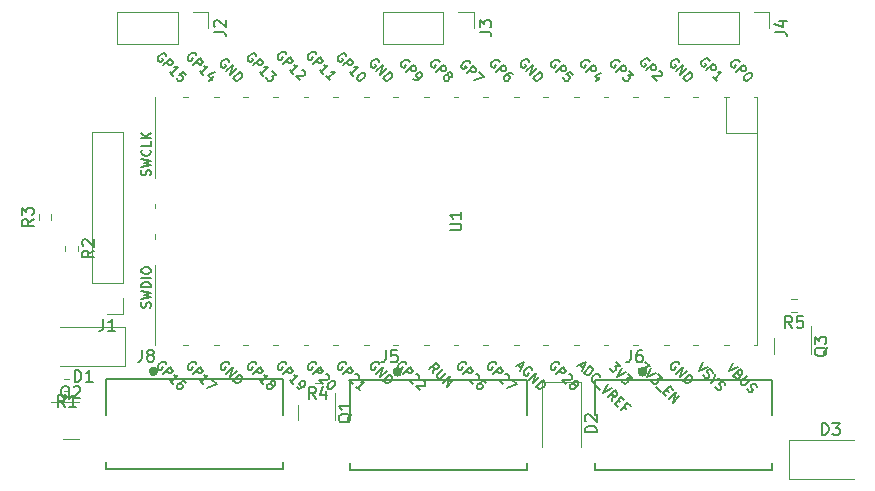
<source format=gbr>
%TF.GenerationSoftware,KiCad,Pcbnew,7.0.9*%
%TF.CreationDate,2023-12-13T17:29:23+01:00*%
%TF.ProjectId,water-tomorrow-pico-triple,77617465-722d-4746-9f6d-6f72726f772d,rev?*%
%TF.SameCoordinates,Original*%
%TF.FileFunction,Legend,Top*%
%TF.FilePolarity,Positive*%
%FSLAX46Y46*%
G04 Gerber Fmt 4.6, Leading zero omitted, Abs format (unit mm)*
G04 Created by KiCad (PCBNEW 7.0.9) date 2023-12-13 17:29:23*
%MOMM*%
%LPD*%
G01*
G04 APERTURE LIST*
%ADD10C,0.150000*%
%ADD11C,0.127000*%
%ADD12C,0.400000*%
%ADD13C,0.120000*%
G04 APERTURE END LIST*
D10*
X57099806Y-29790247D02*
X57099806Y-30505905D01*
X57099806Y-30505905D02*
X57052096Y-30649036D01*
X57052096Y-30649036D02*
X56956675Y-30744458D01*
X56956675Y-30744458D02*
X56813543Y-30792168D01*
X56813543Y-30792168D02*
X56718122Y-30792168D01*
X58006306Y-29790247D02*
X57815464Y-29790247D01*
X57815464Y-29790247D02*
X57720043Y-29837958D01*
X57720043Y-29837958D02*
X57672332Y-29885668D01*
X57672332Y-29885668D02*
X57576911Y-30028800D01*
X57576911Y-30028800D02*
X57529201Y-30219642D01*
X57529201Y-30219642D02*
X57529201Y-30601326D01*
X57529201Y-30601326D02*
X57576911Y-30696747D01*
X57576911Y-30696747D02*
X57624622Y-30744458D01*
X57624622Y-30744458D02*
X57720043Y-30792168D01*
X57720043Y-30792168D02*
X57910885Y-30792168D01*
X57910885Y-30792168D02*
X58006306Y-30744458D01*
X58006306Y-30744458D02*
X58054016Y-30696747D01*
X58054016Y-30696747D02*
X58101727Y-30601326D01*
X58101727Y-30601326D02*
X58101727Y-30362773D01*
X58101727Y-30362773D02*
X58054016Y-30267352D01*
X58054016Y-30267352D02*
X58006306Y-30219642D01*
X58006306Y-30219642D02*
X57910885Y-30171931D01*
X57910885Y-30171931D02*
X57720043Y-30171931D01*
X57720043Y-30171931D02*
X57624622Y-30219642D01*
X57624622Y-30219642D02*
X57576911Y-30267352D01*
X57576911Y-30267352D02*
X57529201Y-30362773D01*
X36349806Y-29790247D02*
X36349806Y-30505905D01*
X36349806Y-30505905D02*
X36302096Y-30649036D01*
X36302096Y-30649036D02*
X36206675Y-30744458D01*
X36206675Y-30744458D02*
X36063543Y-30792168D01*
X36063543Y-30792168D02*
X35968122Y-30792168D01*
X37304016Y-29790247D02*
X36826911Y-29790247D01*
X36826911Y-29790247D02*
X36779201Y-30267352D01*
X36779201Y-30267352D02*
X36826911Y-30219642D01*
X36826911Y-30219642D02*
X36922332Y-30171931D01*
X36922332Y-30171931D02*
X37160885Y-30171931D01*
X37160885Y-30171931D02*
X37256306Y-30219642D01*
X37256306Y-30219642D02*
X37304016Y-30267352D01*
X37304016Y-30267352D02*
X37351727Y-30362773D01*
X37351727Y-30362773D02*
X37351727Y-30601326D01*
X37351727Y-30601326D02*
X37304016Y-30696747D01*
X37304016Y-30696747D02*
X37256306Y-30744458D01*
X37256306Y-30744458D02*
X37160885Y-30792168D01*
X37160885Y-30792168D02*
X36922332Y-30792168D01*
X36922332Y-30792168D02*
X36826911Y-30744458D01*
X36826911Y-30744458D02*
X36779201Y-30696747D01*
X15709806Y-29750247D02*
X15709806Y-30465905D01*
X15709806Y-30465905D02*
X15662096Y-30609036D01*
X15662096Y-30609036D02*
X15566675Y-30704458D01*
X15566675Y-30704458D02*
X15423543Y-30752168D01*
X15423543Y-30752168D02*
X15328122Y-30752168D01*
X16330043Y-30179642D02*
X16234622Y-30131931D01*
X16234622Y-30131931D02*
X16186911Y-30084221D01*
X16186911Y-30084221D02*
X16139201Y-29988800D01*
X16139201Y-29988800D02*
X16139201Y-29941089D01*
X16139201Y-29941089D02*
X16186911Y-29845668D01*
X16186911Y-29845668D02*
X16234622Y-29797958D01*
X16234622Y-29797958D02*
X16330043Y-29750247D01*
X16330043Y-29750247D02*
X16520885Y-29750247D01*
X16520885Y-29750247D02*
X16616306Y-29797958D01*
X16616306Y-29797958D02*
X16664016Y-29845668D01*
X16664016Y-29845668D02*
X16711727Y-29941089D01*
X16711727Y-29941089D02*
X16711727Y-29988800D01*
X16711727Y-29988800D02*
X16664016Y-30084221D01*
X16664016Y-30084221D02*
X16616306Y-30131931D01*
X16616306Y-30131931D02*
X16520885Y-30179642D01*
X16520885Y-30179642D02*
X16330043Y-30179642D01*
X16330043Y-30179642D02*
X16234622Y-30227352D01*
X16234622Y-30227352D02*
X16186911Y-30275063D01*
X16186911Y-30275063D02*
X16139201Y-30370484D01*
X16139201Y-30370484D02*
X16139201Y-30561326D01*
X16139201Y-30561326D02*
X16186911Y-30656747D01*
X16186911Y-30656747D02*
X16234622Y-30704458D01*
X16234622Y-30704458D02*
X16330043Y-30752168D01*
X16330043Y-30752168D02*
X16520885Y-30752168D01*
X16520885Y-30752168D02*
X16616306Y-30704458D01*
X16616306Y-30704458D02*
X16664016Y-30656747D01*
X16664016Y-30656747D02*
X16711727Y-30561326D01*
X16711727Y-30561326D02*
X16711727Y-30370484D01*
X16711727Y-30370484D02*
X16664016Y-30275063D01*
X16664016Y-30275063D02*
X16616306Y-30227352D01*
X16616306Y-30227352D02*
X16520885Y-30179642D01*
X69284819Y-2833333D02*
X69999104Y-2833333D01*
X69999104Y-2833333D02*
X70141961Y-2880952D01*
X70141961Y-2880952D02*
X70237200Y-2976190D01*
X70237200Y-2976190D02*
X70284819Y-3119047D01*
X70284819Y-3119047D02*
X70284819Y-3214285D01*
X69618152Y-1928571D02*
X70284819Y-1928571D01*
X69237200Y-2166666D02*
X69951485Y-2404761D01*
X69951485Y-2404761D02*
X69951485Y-1785714D01*
X44284819Y-2833333D02*
X44999104Y-2833333D01*
X44999104Y-2833333D02*
X45141961Y-2880952D01*
X45141961Y-2880952D02*
X45237200Y-2976190D01*
X45237200Y-2976190D02*
X45284819Y-3119047D01*
X45284819Y-3119047D02*
X45284819Y-3214285D01*
X44284819Y-2452380D02*
X44284819Y-1833333D01*
X44284819Y-1833333D02*
X44665771Y-2166666D01*
X44665771Y-2166666D02*
X44665771Y-2023809D01*
X44665771Y-2023809D02*
X44713390Y-1928571D01*
X44713390Y-1928571D02*
X44761009Y-1880952D01*
X44761009Y-1880952D02*
X44856247Y-1833333D01*
X44856247Y-1833333D02*
X45094342Y-1833333D01*
X45094342Y-1833333D02*
X45189580Y-1880952D01*
X45189580Y-1880952D02*
X45237200Y-1928571D01*
X45237200Y-1928571D02*
X45284819Y-2023809D01*
X45284819Y-2023809D02*
X45284819Y-2309523D01*
X45284819Y-2309523D02*
X45237200Y-2404761D01*
X45237200Y-2404761D02*
X45189580Y-2452380D01*
X21784819Y-2833333D02*
X22499104Y-2833333D01*
X22499104Y-2833333D02*
X22641961Y-2880952D01*
X22641961Y-2880952D02*
X22737200Y-2976190D01*
X22737200Y-2976190D02*
X22784819Y-3119047D01*
X22784819Y-3119047D02*
X22784819Y-3214285D01*
X21880057Y-2404761D02*
X21832438Y-2357142D01*
X21832438Y-2357142D02*
X21784819Y-2261904D01*
X21784819Y-2261904D02*
X21784819Y-2023809D01*
X21784819Y-2023809D02*
X21832438Y-1928571D01*
X21832438Y-1928571D02*
X21880057Y-1880952D01*
X21880057Y-1880952D02*
X21975295Y-1833333D01*
X21975295Y-1833333D02*
X22070533Y-1833333D01*
X22070533Y-1833333D02*
X22213390Y-1880952D01*
X22213390Y-1880952D02*
X22784819Y-2452380D01*
X22784819Y-2452380D02*
X22784819Y-1833333D01*
X12438666Y-27135019D02*
X12438666Y-27849304D01*
X12438666Y-27849304D02*
X12391047Y-27992161D01*
X12391047Y-27992161D02*
X12295809Y-28087400D01*
X12295809Y-28087400D02*
X12152952Y-28135019D01*
X12152952Y-28135019D02*
X12057714Y-28135019D01*
X13438666Y-28135019D02*
X12867238Y-28135019D01*
X13152952Y-28135019D02*
X13152952Y-27135019D01*
X13152952Y-27135019D02*
X13057714Y-27277876D01*
X13057714Y-27277876D02*
X12962476Y-27373114D01*
X12962476Y-27373114D02*
X12867238Y-27420733D01*
X9158333Y-34594819D02*
X8825000Y-34118628D01*
X8586905Y-34594819D02*
X8586905Y-33594819D01*
X8586905Y-33594819D02*
X8967857Y-33594819D01*
X8967857Y-33594819D02*
X9063095Y-33642438D01*
X9063095Y-33642438D02*
X9110714Y-33690057D01*
X9110714Y-33690057D02*
X9158333Y-33785295D01*
X9158333Y-33785295D02*
X9158333Y-33928152D01*
X9158333Y-33928152D02*
X9110714Y-34023390D01*
X9110714Y-34023390D02*
X9063095Y-34071009D01*
X9063095Y-34071009D02*
X8967857Y-34118628D01*
X8967857Y-34118628D02*
X8586905Y-34118628D01*
X10110714Y-34594819D02*
X9539286Y-34594819D01*
X9825000Y-34594819D02*
X9825000Y-33594819D01*
X9825000Y-33594819D02*
X9729762Y-33737676D01*
X9729762Y-33737676D02*
X9634524Y-33832914D01*
X9634524Y-33832914D02*
X9539286Y-33880533D01*
X10011905Y-32454819D02*
X10011905Y-31454819D01*
X10011905Y-31454819D02*
X10250000Y-31454819D01*
X10250000Y-31454819D02*
X10392857Y-31502438D01*
X10392857Y-31502438D02*
X10488095Y-31597676D01*
X10488095Y-31597676D02*
X10535714Y-31692914D01*
X10535714Y-31692914D02*
X10583333Y-31883390D01*
X10583333Y-31883390D02*
X10583333Y-32026247D01*
X10583333Y-32026247D02*
X10535714Y-32216723D01*
X10535714Y-32216723D02*
X10488095Y-32311961D01*
X10488095Y-32311961D02*
X10392857Y-32407200D01*
X10392857Y-32407200D02*
X10250000Y-32454819D01*
X10250000Y-32454819D02*
X10011905Y-32454819D01*
X11535714Y-32454819D02*
X10964286Y-32454819D01*
X11250000Y-32454819D02*
X11250000Y-31454819D01*
X11250000Y-31454819D02*
X11154762Y-31597676D01*
X11154762Y-31597676D02*
X11059524Y-31692914D01*
X11059524Y-31692914D02*
X10964286Y-31740533D01*
X73261905Y-36954819D02*
X73261905Y-35954819D01*
X73261905Y-35954819D02*
X73500000Y-35954819D01*
X73500000Y-35954819D02*
X73642857Y-36002438D01*
X73642857Y-36002438D02*
X73738095Y-36097676D01*
X73738095Y-36097676D02*
X73785714Y-36192914D01*
X73785714Y-36192914D02*
X73833333Y-36383390D01*
X73833333Y-36383390D02*
X73833333Y-36526247D01*
X73833333Y-36526247D02*
X73785714Y-36716723D01*
X73785714Y-36716723D02*
X73738095Y-36811961D01*
X73738095Y-36811961D02*
X73642857Y-36907200D01*
X73642857Y-36907200D02*
X73500000Y-36954819D01*
X73500000Y-36954819D02*
X73261905Y-36954819D01*
X74166667Y-35954819D02*
X74785714Y-35954819D01*
X74785714Y-35954819D02*
X74452381Y-36335771D01*
X74452381Y-36335771D02*
X74595238Y-36335771D01*
X74595238Y-36335771D02*
X74690476Y-36383390D01*
X74690476Y-36383390D02*
X74738095Y-36431009D01*
X74738095Y-36431009D02*
X74785714Y-36526247D01*
X74785714Y-36526247D02*
X74785714Y-36764342D01*
X74785714Y-36764342D02*
X74738095Y-36859580D01*
X74738095Y-36859580D02*
X74690476Y-36907200D01*
X74690476Y-36907200D02*
X74595238Y-36954819D01*
X74595238Y-36954819D02*
X74309524Y-36954819D01*
X74309524Y-36954819D02*
X74214286Y-36907200D01*
X74214286Y-36907200D02*
X74166667Y-36859580D01*
X73750057Y-29532738D02*
X73702438Y-29627976D01*
X73702438Y-29627976D02*
X73607200Y-29723214D01*
X73607200Y-29723214D02*
X73464342Y-29866071D01*
X73464342Y-29866071D02*
X73416723Y-29961309D01*
X73416723Y-29961309D02*
X73416723Y-30056547D01*
X73654819Y-30008928D02*
X73607200Y-30104166D01*
X73607200Y-30104166D02*
X73511961Y-30199404D01*
X73511961Y-30199404D02*
X73321485Y-30247023D01*
X73321485Y-30247023D02*
X72988152Y-30247023D01*
X72988152Y-30247023D02*
X72797676Y-30199404D01*
X72797676Y-30199404D02*
X72702438Y-30104166D01*
X72702438Y-30104166D02*
X72654819Y-30008928D01*
X72654819Y-30008928D02*
X72654819Y-29818452D01*
X72654819Y-29818452D02*
X72702438Y-29723214D01*
X72702438Y-29723214D02*
X72797676Y-29627976D01*
X72797676Y-29627976D02*
X72988152Y-29580357D01*
X72988152Y-29580357D02*
X73321485Y-29580357D01*
X73321485Y-29580357D02*
X73511961Y-29627976D01*
X73511961Y-29627976D02*
X73607200Y-29723214D01*
X73607200Y-29723214D02*
X73654819Y-29818452D01*
X73654819Y-29818452D02*
X73654819Y-30008928D01*
X72654819Y-29247023D02*
X72654819Y-28627976D01*
X72654819Y-28627976D02*
X73035771Y-28961309D01*
X73035771Y-28961309D02*
X73035771Y-28818452D01*
X73035771Y-28818452D02*
X73083390Y-28723214D01*
X73083390Y-28723214D02*
X73131009Y-28675595D01*
X73131009Y-28675595D02*
X73226247Y-28627976D01*
X73226247Y-28627976D02*
X73464342Y-28627976D01*
X73464342Y-28627976D02*
X73559580Y-28675595D01*
X73559580Y-28675595D02*
X73607200Y-28723214D01*
X73607200Y-28723214D02*
X73654819Y-28818452D01*
X73654819Y-28818452D02*
X73654819Y-29104166D01*
X73654819Y-29104166D02*
X73607200Y-29199404D01*
X73607200Y-29199404D02*
X73559580Y-29247023D01*
X11634819Y-21341666D02*
X11158628Y-21674999D01*
X11634819Y-21913094D02*
X10634819Y-21913094D01*
X10634819Y-21913094D02*
X10634819Y-21532142D01*
X10634819Y-21532142D02*
X10682438Y-21436904D01*
X10682438Y-21436904D02*
X10730057Y-21389285D01*
X10730057Y-21389285D02*
X10825295Y-21341666D01*
X10825295Y-21341666D02*
X10968152Y-21341666D01*
X10968152Y-21341666D02*
X11063390Y-21389285D01*
X11063390Y-21389285D02*
X11111009Y-21436904D01*
X11111009Y-21436904D02*
X11158628Y-21532142D01*
X11158628Y-21532142D02*
X11158628Y-21913094D01*
X10730057Y-20960713D02*
X10682438Y-20913094D01*
X10682438Y-20913094D02*
X10634819Y-20817856D01*
X10634819Y-20817856D02*
X10634819Y-20579761D01*
X10634819Y-20579761D02*
X10682438Y-20484523D01*
X10682438Y-20484523D02*
X10730057Y-20436904D01*
X10730057Y-20436904D02*
X10825295Y-20389285D01*
X10825295Y-20389285D02*
X10920533Y-20389285D01*
X10920533Y-20389285D02*
X11063390Y-20436904D01*
X11063390Y-20436904D02*
X11634819Y-21008332D01*
X11634819Y-21008332D02*
X11634819Y-20389285D01*
X54204819Y-36738094D02*
X53204819Y-36738094D01*
X53204819Y-36738094D02*
X53204819Y-36499999D01*
X53204819Y-36499999D02*
X53252438Y-36357142D01*
X53252438Y-36357142D02*
X53347676Y-36261904D01*
X53347676Y-36261904D02*
X53442914Y-36214285D01*
X53442914Y-36214285D02*
X53633390Y-36166666D01*
X53633390Y-36166666D02*
X53776247Y-36166666D01*
X53776247Y-36166666D02*
X53966723Y-36214285D01*
X53966723Y-36214285D02*
X54061961Y-36261904D01*
X54061961Y-36261904D02*
X54157200Y-36357142D01*
X54157200Y-36357142D02*
X54204819Y-36499999D01*
X54204819Y-36499999D02*
X54204819Y-36738094D01*
X53300057Y-35785713D02*
X53252438Y-35738094D01*
X53252438Y-35738094D02*
X53204819Y-35642856D01*
X53204819Y-35642856D02*
X53204819Y-35404761D01*
X53204819Y-35404761D02*
X53252438Y-35309523D01*
X53252438Y-35309523D02*
X53300057Y-35261904D01*
X53300057Y-35261904D02*
X53395295Y-35214285D01*
X53395295Y-35214285D02*
X53490533Y-35214285D01*
X53490533Y-35214285D02*
X53633390Y-35261904D01*
X53633390Y-35261904D02*
X54204819Y-35833332D01*
X54204819Y-35833332D02*
X54204819Y-35214285D01*
X70758333Y-27884819D02*
X70425000Y-27408628D01*
X70186905Y-27884819D02*
X70186905Y-26884819D01*
X70186905Y-26884819D02*
X70567857Y-26884819D01*
X70567857Y-26884819D02*
X70663095Y-26932438D01*
X70663095Y-26932438D02*
X70710714Y-26980057D01*
X70710714Y-26980057D02*
X70758333Y-27075295D01*
X70758333Y-27075295D02*
X70758333Y-27218152D01*
X70758333Y-27218152D02*
X70710714Y-27313390D01*
X70710714Y-27313390D02*
X70663095Y-27361009D01*
X70663095Y-27361009D02*
X70567857Y-27408628D01*
X70567857Y-27408628D02*
X70186905Y-27408628D01*
X71663095Y-26884819D02*
X71186905Y-26884819D01*
X71186905Y-26884819D02*
X71139286Y-27361009D01*
X71139286Y-27361009D02*
X71186905Y-27313390D01*
X71186905Y-27313390D02*
X71282143Y-27265771D01*
X71282143Y-27265771D02*
X71520238Y-27265771D01*
X71520238Y-27265771D02*
X71615476Y-27313390D01*
X71615476Y-27313390D02*
X71663095Y-27361009D01*
X71663095Y-27361009D02*
X71710714Y-27456247D01*
X71710714Y-27456247D02*
X71710714Y-27694342D01*
X71710714Y-27694342D02*
X71663095Y-27789580D01*
X71663095Y-27789580D02*
X71615476Y-27837200D01*
X71615476Y-27837200D02*
X71520238Y-27884819D01*
X71520238Y-27884819D02*
X71282143Y-27884819D01*
X71282143Y-27884819D02*
X71186905Y-27837200D01*
X71186905Y-27837200D02*
X71139286Y-27789580D01*
X41745819Y-19634104D02*
X42555342Y-19634104D01*
X42555342Y-19634104D02*
X42650580Y-19586485D01*
X42650580Y-19586485D02*
X42698200Y-19538866D01*
X42698200Y-19538866D02*
X42745819Y-19443628D01*
X42745819Y-19443628D02*
X42745819Y-19253152D01*
X42745819Y-19253152D02*
X42698200Y-19157914D01*
X42698200Y-19157914D02*
X42650580Y-19110295D01*
X42650580Y-19110295D02*
X42555342Y-19062676D01*
X42555342Y-19062676D02*
X41745819Y-19062676D01*
X42745819Y-18062676D02*
X42745819Y-18634104D01*
X42745819Y-18348390D02*
X41745819Y-18348390D01*
X41745819Y-18348390D02*
X41888676Y-18443628D01*
X41888676Y-18443628D02*
X41983914Y-18538866D01*
X41983914Y-18538866D02*
X42031533Y-18634104D01*
X63220757Y-30792949D02*
X62843633Y-31547196D01*
X62843633Y-31547196D02*
X63597881Y-31170073D01*
X63220757Y-31870445D02*
X63274632Y-31978195D01*
X63274632Y-31978195D02*
X63409319Y-32112882D01*
X63409319Y-32112882D02*
X63490131Y-32139819D01*
X63490131Y-32139819D02*
X63544006Y-32139819D01*
X63544006Y-32139819D02*
X63624818Y-32112882D01*
X63624818Y-32112882D02*
X63678693Y-32059007D01*
X63678693Y-32059007D02*
X63705630Y-31978195D01*
X63705630Y-31978195D02*
X63705630Y-31924320D01*
X63705630Y-31924320D02*
X63678693Y-31843508D01*
X63678693Y-31843508D02*
X63597881Y-31708821D01*
X63597881Y-31708821D02*
X63570943Y-31628008D01*
X63570943Y-31628008D02*
X63570943Y-31574134D01*
X63570943Y-31574134D02*
X63597881Y-31493321D01*
X63597881Y-31493321D02*
X63651755Y-31439447D01*
X63651755Y-31439447D02*
X63732568Y-31412509D01*
X63732568Y-31412509D02*
X63786442Y-31412509D01*
X63786442Y-31412509D02*
X63867255Y-31439447D01*
X63867255Y-31439447D02*
X64001942Y-31574134D01*
X64001942Y-31574134D02*
X64055816Y-31681883D01*
X64136629Y-32301444D02*
X63867255Y-32570818D01*
X64244378Y-31816570D02*
X64136629Y-32301444D01*
X64136629Y-32301444D02*
X64621502Y-32193694D01*
X64244378Y-32894066D02*
X64298253Y-33001816D01*
X64298253Y-33001816D02*
X64432940Y-33136503D01*
X64432940Y-33136503D02*
X64513752Y-33163440D01*
X64513752Y-33163440D02*
X64567627Y-33163440D01*
X64567627Y-33163440D02*
X64648439Y-33136503D01*
X64648439Y-33136503D02*
X64702314Y-33082628D01*
X64702314Y-33082628D02*
X64729251Y-33001816D01*
X64729251Y-33001816D02*
X64729251Y-32947941D01*
X64729251Y-32947941D02*
X64702314Y-32867129D01*
X64702314Y-32867129D02*
X64621502Y-32732442D01*
X64621502Y-32732442D02*
X64594564Y-32651630D01*
X64594564Y-32651630D02*
X64594564Y-32597755D01*
X64594564Y-32597755D02*
X64621502Y-32516943D01*
X64621502Y-32516943D02*
X64675377Y-32463068D01*
X64675377Y-32463068D02*
X64756189Y-32436130D01*
X64756189Y-32436130D02*
X64810064Y-32436130D01*
X64810064Y-32436130D02*
X64890876Y-32463068D01*
X64890876Y-32463068D02*
X65025563Y-32597755D01*
X65025563Y-32597755D02*
X65079438Y-32705504D01*
X38359505Y-5385572D02*
X38332568Y-5304760D01*
X38332568Y-5304760D02*
X38251756Y-5223948D01*
X38251756Y-5223948D02*
X38144006Y-5170073D01*
X38144006Y-5170073D02*
X38036257Y-5170073D01*
X38036257Y-5170073D02*
X37955444Y-5197010D01*
X37955444Y-5197010D02*
X37820757Y-5277823D01*
X37820757Y-5277823D02*
X37739945Y-5358635D01*
X37739945Y-5358635D02*
X37659133Y-5493322D01*
X37659133Y-5493322D02*
X37632196Y-5574134D01*
X37632196Y-5574134D02*
X37632196Y-5681884D01*
X37632196Y-5681884D02*
X37686070Y-5789633D01*
X37686070Y-5789633D02*
X37739945Y-5843508D01*
X37739945Y-5843508D02*
X37847695Y-5897383D01*
X37847695Y-5897383D02*
X37901570Y-5897383D01*
X37901570Y-5897383D02*
X38090131Y-5708821D01*
X38090131Y-5708821D02*
X37982382Y-5601071D01*
X38090131Y-6193694D02*
X38655817Y-5628009D01*
X38655817Y-5628009D02*
X38871316Y-5843508D01*
X38871316Y-5843508D02*
X38898253Y-5924320D01*
X38898253Y-5924320D02*
X38898253Y-5978195D01*
X38898253Y-5978195D02*
X38871316Y-6059007D01*
X38871316Y-6059007D02*
X38790504Y-6139819D01*
X38790504Y-6139819D02*
X38709692Y-6166757D01*
X38709692Y-6166757D02*
X38655817Y-6166757D01*
X38655817Y-6166757D02*
X38575005Y-6139819D01*
X38575005Y-6139819D02*
X38359505Y-5924320D01*
X38682754Y-6786317D02*
X38790504Y-6894067D01*
X38790504Y-6894067D02*
X38871316Y-6921004D01*
X38871316Y-6921004D02*
X38925191Y-6921004D01*
X38925191Y-6921004D02*
X39059878Y-6894067D01*
X39059878Y-6894067D02*
X39194565Y-6813254D01*
X39194565Y-6813254D02*
X39410064Y-6597755D01*
X39410064Y-6597755D02*
X39437001Y-6516943D01*
X39437001Y-6516943D02*
X39437001Y-6463068D01*
X39437001Y-6463068D02*
X39410064Y-6382256D01*
X39410064Y-6382256D02*
X39302314Y-6274506D01*
X39302314Y-6274506D02*
X39221502Y-6247569D01*
X39221502Y-6247569D02*
X39167627Y-6247569D01*
X39167627Y-6247569D02*
X39086815Y-6274506D01*
X39086815Y-6274506D02*
X38952128Y-6409193D01*
X38952128Y-6409193D02*
X38925191Y-6490006D01*
X38925191Y-6490006D02*
X38925191Y-6543880D01*
X38925191Y-6543880D02*
X38952128Y-6624693D01*
X38952128Y-6624693D02*
X39059878Y-6732442D01*
X39059878Y-6732442D02*
X39140690Y-6759380D01*
X39140690Y-6759380D02*
X39194565Y-6759380D01*
X39194565Y-6759380D02*
X39275377Y-6732442D01*
X25390131Y-4862198D02*
X25363194Y-4781385D01*
X25363194Y-4781385D02*
X25282381Y-4700573D01*
X25282381Y-4700573D02*
X25174632Y-4646698D01*
X25174632Y-4646698D02*
X25066882Y-4646698D01*
X25066882Y-4646698D02*
X24986070Y-4673636D01*
X24986070Y-4673636D02*
X24851383Y-4754448D01*
X24851383Y-4754448D02*
X24770571Y-4835260D01*
X24770571Y-4835260D02*
X24689758Y-4969947D01*
X24689758Y-4969947D02*
X24662821Y-5050760D01*
X24662821Y-5050760D02*
X24662821Y-5158509D01*
X24662821Y-5158509D02*
X24716696Y-5266259D01*
X24716696Y-5266259D02*
X24770571Y-5320134D01*
X24770571Y-5320134D02*
X24878320Y-5374008D01*
X24878320Y-5374008D02*
X24932195Y-5374008D01*
X24932195Y-5374008D02*
X25120757Y-5185447D01*
X25120757Y-5185447D02*
X25013007Y-5077697D01*
X25120757Y-5670320D02*
X25686442Y-5104634D01*
X25686442Y-5104634D02*
X25901942Y-5320134D01*
X25901942Y-5320134D02*
X25928879Y-5400946D01*
X25928879Y-5400946D02*
X25928879Y-5454821D01*
X25928879Y-5454821D02*
X25901942Y-5535633D01*
X25901942Y-5535633D02*
X25821129Y-5616445D01*
X25821129Y-5616445D02*
X25740317Y-5643382D01*
X25740317Y-5643382D02*
X25686442Y-5643382D01*
X25686442Y-5643382D02*
X25605630Y-5616445D01*
X25605630Y-5616445D02*
X25390131Y-5400946D01*
X25982754Y-6532317D02*
X25659505Y-6209068D01*
X25821129Y-6370692D02*
X26386815Y-5805007D01*
X26386815Y-5805007D02*
X26252128Y-5831944D01*
X26252128Y-5831944D02*
X26144378Y-5831944D01*
X26144378Y-5831944D02*
X26063566Y-5805007D01*
X26737001Y-6155193D02*
X27087187Y-6505379D01*
X27087187Y-6505379D02*
X26683126Y-6532317D01*
X26683126Y-6532317D02*
X26763939Y-6613129D01*
X26763939Y-6613129D02*
X26790876Y-6693941D01*
X26790876Y-6693941D02*
X26790876Y-6747816D01*
X26790876Y-6747816D02*
X26763939Y-6828628D01*
X26763939Y-6828628D02*
X26629252Y-6963315D01*
X26629252Y-6963315D02*
X26548439Y-6990253D01*
X26548439Y-6990253D02*
X26494565Y-6990253D01*
X26494565Y-6990253D02*
X26413752Y-6963315D01*
X26413752Y-6963315D02*
X26252128Y-6801691D01*
X26252128Y-6801691D02*
X26225191Y-6720879D01*
X26225191Y-6720879D02*
X26225191Y-6667004D01*
X35792568Y-5358635D02*
X35765631Y-5277823D01*
X35765631Y-5277823D02*
X35684819Y-5197011D01*
X35684819Y-5197011D02*
X35577069Y-5143136D01*
X35577069Y-5143136D02*
X35469319Y-5143136D01*
X35469319Y-5143136D02*
X35388507Y-5170073D01*
X35388507Y-5170073D02*
X35253820Y-5250885D01*
X35253820Y-5250885D02*
X35173008Y-5331698D01*
X35173008Y-5331698D02*
X35092196Y-5466385D01*
X35092196Y-5466385D02*
X35065258Y-5547197D01*
X35065258Y-5547197D02*
X35065258Y-5654946D01*
X35065258Y-5654946D02*
X35119133Y-5762696D01*
X35119133Y-5762696D02*
X35173008Y-5816571D01*
X35173008Y-5816571D02*
X35280758Y-5870446D01*
X35280758Y-5870446D02*
X35334632Y-5870446D01*
X35334632Y-5870446D02*
X35523194Y-5681884D01*
X35523194Y-5681884D02*
X35415445Y-5574134D01*
X35523194Y-6166757D02*
X36088880Y-5601072D01*
X36088880Y-5601072D02*
X35846443Y-6490006D01*
X35846443Y-6490006D02*
X36412128Y-5924320D01*
X36115817Y-6759380D02*
X36681502Y-6193694D01*
X36681502Y-6193694D02*
X36816189Y-6328381D01*
X36816189Y-6328381D02*
X36870064Y-6436131D01*
X36870064Y-6436131D02*
X36870064Y-6543880D01*
X36870064Y-6543880D02*
X36843127Y-6624693D01*
X36843127Y-6624693D02*
X36762314Y-6759380D01*
X36762314Y-6759380D02*
X36681502Y-6840192D01*
X36681502Y-6840192D02*
X36546815Y-6921004D01*
X36546815Y-6921004D02*
X36466003Y-6947941D01*
X36466003Y-6947941D02*
X36358253Y-6947941D01*
X36358253Y-6947941D02*
X36250504Y-6894067D01*
X36250504Y-6894067D02*
X36115817Y-6759380D01*
X63769505Y-5285572D02*
X63742568Y-5204760D01*
X63742568Y-5204760D02*
X63661756Y-5123948D01*
X63661756Y-5123948D02*
X63554006Y-5070073D01*
X63554006Y-5070073D02*
X63446257Y-5070073D01*
X63446257Y-5070073D02*
X63365444Y-5097010D01*
X63365444Y-5097010D02*
X63230757Y-5177823D01*
X63230757Y-5177823D02*
X63149945Y-5258635D01*
X63149945Y-5258635D02*
X63069133Y-5393322D01*
X63069133Y-5393322D02*
X63042196Y-5474134D01*
X63042196Y-5474134D02*
X63042196Y-5581884D01*
X63042196Y-5581884D02*
X63096070Y-5689633D01*
X63096070Y-5689633D02*
X63149945Y-5743508D01*
X63149945Y-5743508D02*
X63257695Y-5797383D01*
X63257695Y-5797383D02*
X63311570Y-5797383D01*
X63311570Y-5797383D02*
X63500131Y-5608821D01*
X63500131Y-5608821D02*
X63392382Y-5501071D01*
X63500131Y-6093694D02*
X64065817Y-5528009D01*
X64065817Y-5528009D02*
X64281316Y-5743508D01*
X64281316Y-5743508D02*
X64308253Y-5824320D01*
X64308253Y-5824320D02*
X64308253Y-5878195D01*
X64308253Y-5878195D02*
X64281316Y-5959007D01*
X64281316Y-5959007D02*
X64200504Y-6039819D01*
X64200504Y-6039819D02*
X64119692Y-6066757D01*
X64119692Y-6066757D02*
X64065817Y-6066757D01*
X64065817Y-6066757D02*
X63985005Y-6039819D01*
X63985005Y-6039819D02*
X63769505Y-5824320D01*
X64362128Y-6955691D02*
X64038879Y-6632442D01*
X64200504Y-6794067D02*
X64766189Y-6228381D01*
X64766189Y-6228381D02*
X64631502Y-6255319D01*
X64631502Y-6255319D02*
X64523753Y-6255319D01*
X64523753Y-6255319D02*
X64442940Y-6228381D01*
X66299505Y-5385572D02*
X66272568Y-5304760D01*
X66272568Y-5304760D02*
X66191756Y-5223948D01*
X66191756Y-5223948D02*
X66084006Y-5170073D01*
X66084006Y-5170073D02*
X65976257Y-5170073D01*
X65976257Y-5170073D02*
X65895444Y-5197010D01*
X65895444Y-5197010D02*
X65760757Y-5277823D01*
X65760757Y-5277823D02*
X65679945Y-5358635D01*
X65679945Y-5358635D02*
X65599133Y-5493322D01*
X65599133Y-5493322D02*
X65572196Y-5574134D01*
X65572196Y-5574134D02*
X65572196Y-5681884D01*
X65572196Y-5681884D02*
X65626070Y-5789633D01*
X65626070Y-5789633D02*
X65679945Y-5843508D01*
X65679945Y-5843508D02*
X65787695Y-5897383D01*
X65787695Y-5897383D02*
X65841570Y-5897383D01*
X65841570Y-5897383D02*
X66030131Y-5708821D01*
X66030131Y-5708821D02*
X65922382Y-5601071D01*
X66030131Y-6193694D02*
X66595817Y-5628009D01*
X66595817Y-5628009D02*
X66811316Y-5843508D01*
X66811316Y-5843508D02*
X66838253Y-5924320D01*
X66838253Y-5924320D02*
X66838253Y-5978195D01*
X66838253Y-5978195D02*
X66811316Y-6059007D01*
X66811316Y-6059007D02*
X66730504Y-6139819D01*
X66730504Y-6139819D02*
X66649692Y-6166757D01*
X66649692Y-6166757D02*
X66595817Y-6166757D01*
X66595817Y-6166757D02*
X66515005Y-6139819D01*
X66515005Y-6139819D02*
X66299505Y-5924320D01*
X67269252Y-6301444D02*
X67323127Y-6355319D01*
X67323127Y-6355319D02*
X67350064Y-6436131D01*
X67350064Y-6436131D02*
X67350064Y-6490006D01*
X67350064Y-6490006D02*
X67323127Y-6570818D01*
X67323127Y-6570818D02*
X67242314Y-6705505D01*
X67242314Y-6705505D02*
X67107627Y-6840192D01*
X67107627Y-6840192D02*
X66972940Y-6921004D01*
X66972940Y-6921004D02*
X66892128Y-6947941D01*
X66892128Y-6947941D02*
X66838253Y-6947941D01*
X66838253Y-6947941D02*
X66757441Y-6921004D01*
X66757441Y-6921004D02*
X66703566Y-6867129D01*
X66703566Y-6867129D02*
X66676629Y-6786317D01*
X66676629Y-6786317D02*
X66676629Y-6732442D01*
X66676629Y-6732442D02*
X66703566Y-6651630D01*
X66703566Y-6651630D02*
X66784379Y-6516943D01*
X66784379Y-6516943D02*
X66919066Y-6382256D01*
X66919066Y-6382256D02*
X67053753Y-6301444D01*
X67053753Y-6301444D02*
X67134565Y-6274506D01*
X67134565Y-6274506D02*
X67188440Y-6274506D01*
X67188440Y-6274506D02*
X67269252Y-6301444D01*
X20310131Y-30970198D02*
X20283194Y-30889385D01*
X20283194Y-30889385D02*
X20202381Y-30808573D01*
X20202381Y-30808573D02*
X20094632Y-30754698D01*
X20094632Y-30754698D02*
X19986882Y-30754698D01*
X19986882Y-30754698D02*
X19906070Y-30781636D01*
X19906070Y-30781636D02*
X19771383Y-30862448D01*
X19771383Y-30862448D02*
X19690571Y-30943260D01*
X19690571Y-30943260D02*
X19609758Y-31077947D01*
X19609758Y-31077947D02*
X19582821Y-31158760D01*
X19582821Y-31158760D02*
X19582821Y-31266509D01*
X19582821Y-31266509D02*
X19636696Y-31374259D01*
X19636696Y-31374259D02*
X19690571Y-31428134D01*
X19690571Y-31428134D02*
X19798320Y-31482008D01*
X19798320Y-31482008D02*
X19852195Y-31482008D01*
X19852195Y-31482008D02*
X20040757Y-31293447D01*
X20040757Y-31293447D02*
X19933007Y-31185697D01*
X20040757Y-31778320D02*
X20606442Y-31212634D01*
X20606442Y-31212634D02*
X20821942Y-31428134D01*
X20821942Y-31428134D02*
X20848879Y-31508946D01*
X20848879Y-31508946D02*
X20848879Y-31562821D01*
X20848879Y-31562821D02*
X20821942Y-31643633D01*
X20821942Y-31643633D02*
X20741129Y-31724445D01*
X20741129Y-31724445D02*
X20660317Y-31751382D01*
X20660317Y-31751382D02*
X20606442Y-31751382D01*
X20606442Y-31751382D02*
X20525630Y-31724445D01*
X20525630Y-31724445D02*
X20310131Y-31508946D01*
X20902754Y-32640317D02*
X20579505Y-32317068D01*
X20741129Y-32478692D02*
X21306815Y-31913007D01*
X21306815Y-31913007D02*
X21172128Y-31939944D01*
X21172128Y-31939944D02*
X21064378Y-31939944D01*
X21064378Y-31939944D02*
X20983566Y-31913007D01*
X21657001Y-32263193D02*
X22034125Y-32640317D01*
X22034125Y-32640317D02*
X21226003Y-32963566D01*
X16415200Y-14981724D02*
X16453295Y-14867438D01*
X16453295Y-14867438D02*
X16453295Y-14676962D01*
X16453295Y-14676962D02*
X16415200Y-14600771D01*
X16415200Y-14600771D02*
X16377104Y-14562676D01*
X16377104Y-14562676D02*
X16300914Y-14524581D01*
X16300914Y-14524581D02*
X16224723Y-14524581D01*
X16224723Y-14524581D02*
X16148533Y-14562676D01*
X16148533Y-14562676D02*
X16110438Y-14600771D01*
X16110438Y-14600771D02*
X16072342Y-14676962D01*
X16072342Y-14676962D02*
X16034247Y-14829343D01*
X16034247Y-14829343D02*
X15996152Y-14905533D01*
X15996152Y-14905533D02*
X15958057Y-14943628D01*
X15958057Y-14943628D02*
X15881866Y-14981724D01*
X15881866Y-14981724D02*
X15805676Y-14981724D01*
X15805676Y-14981724D02*
X15729485Y-14943628D01*
X15729485Y-14943628D02*
X15691390Y-14905533D01*
X15691390Y-14905533D02*
X15653295Y-14829343D01*
X15653295Y-14829343D02*
X15653295Y-14638866D01*
X15653295Y-14638866D02*
X15691390Y-14524581D01*
X15653295Y-14257914D02*
X16453295Y-14067438D01*
X16453295Y-14067438D02*
X15881866Y-13915057D01*
X15881866Y-13915057D02*
X16453295Y-13762676D01*
X16453295Y-13762676D02*
X15653295Y-13572200D01*
X16377104Y-12810294D02*
X16415200Y-12848390D01*
X16415200Y-12848390D02*
X16453295Y-12962675D01*
X16453295Y-12962675D02*
X16453295Y-13038866D01*
X16453295Y-13038866D02*
X16415200Y-13153152D01*
X16415200Y-13153152D02*
X16339009Y-13229342D01*
X16339009Y-13229342D02*
X16262819Y-13267437D01*
X16262819Y-13267437D02*
X16110438Y-13305533D01*
X16110438Y-13305533D02*
X15996152Y-13305533D01*
X15996152Y-13305533D02*
X15843771Y-13267437D01*
X15843771Y-13267437D02*
X15767580Y-13229342D01*
X15767580Y-13229342D02*
X15691390Y-13153152D01*
X15691390Y-13153152D02*
X15653295Y-13038866D01*
X15653295Y-13038866D02*
X15653295Y-12962675D01*
X15653295Y-12962675D02*
X15691390Y-12848390D01*
X15691390Y-12848390D02*
X15729485Y-12810294D01*
X16453295Y-12086485D02*
X16453295Y-12467437D01*
X16453295Y-12467437D02*
X15653295Y-12467437D01*
X16453295Y-11819818D02*
X15653295Y-11819818D01*
X16453295Y-11362675D02*
X15996152Y-11705533D01*
X15653295Y-11362675D02*
X16110438Y-11819818D01*
X45700131Y-30970198D02*
X45673194Y-30889385D01*
X45673194Y-30889385D02*
X45592381Y-30808573D01*
X45592381Y-30808573D02*
X45484632Y-30754698D01*
X45484632Y-30754698D02*
X45376882Y-30754698D01*
X45376882Y-30754698D02*
X45296070Y-30781636D01*
X45296070Y-30781636D02*
X45161383Y-30862448D01*
X45161383Y-30862448D02*
X45080571Y-30943260D01*
X45080571Y-30943260D02*
X44999758Y-31077947D01*
X44999758Y-31077947D02*
X44972821Y-31158760D01*
X44972821Y-31158760D02*
X44972821Y-31266509D01*
X44972821Y-31266509D02*
X45026696Y-31374259D01*
X45026696Y-31374259D02*
X45080571Y-31428134D01*
X45080571Y-31428134D02*
X45188320Y-31482008D01*
X45188320Y-31482008D02*
X45242195Y-31482008D01*
X45242195Y-31482008D02*
X45430757Y-31293447D01*
X45430757Y-31293447D02*
X45323007Y-31185697D01*
X45430757Y-31778320D02*
X45996442Y-31212634D01*
X45996442Y-31212634D02*
X46211942Y-31428134D01*
X46211942Y-31428134D02*
X46238879Y-31508946D01*
X46238879Y-31508946D02*
X46238879Y-31562821D01*
X46238879Y-31562821D02*
X46211942Y-31643633D01*
X46211942Y-31643633D02*
X46131129Y-31724445D01*
X46131129Y-31724445D02*
X46050317Y-31751382D01*
X46050317Y-31751382D02*
X45996442Y-31751382D01*
X45996442Y-31751382D02*
X45915630Y-31724445D01*
X45915630Y-31724445D02*
X45700131Y-31508946D01*
X46481316Y-31805257D02*
X46535190Y-31805257D01*
X46535190Y-31805257D02*
X46616003Y-31832195D01*
X46616003Y-31832195D02*
X46750690Y-31966882D01*
X46750690Y-31966882D02*
X46777627Y-32047694D01*
X46777627Y-32047694D02*
X46777627Y-32101569D01*
X46777627Y-32101569D02*
X46750690Y-32182381D01*
X46750690Y-32182381D02*
X46696815Y-32236256D01*
X46696815Y-32236256D02*
X46589065Y-32290130D01*
X46589065Y-32290130D02*
X45942568Y-32290130D01*
X45942568Y-32290130D02*
X46292754Y-32640317D01*
X47047001Y-32263193D02*
X47424125Y-32640317D01*
X47424125Y-32640317D02*
X46616003Y-32963566D01*
X45979505Y-5385572D02*
X45952568Y-5304760D01*
X45952568Y-5304760D02*
X45871756Y-5223948D01*
X45871756Y-5223948D02*
X45764006Y-5170073D01*
X45764006Y-5170073D02*
X45656257Y-5170073D01*
X45656257Y-5170073D02*
X45575444Y-5197010D01*
X45575444Y-5197010D02*
X45440757Y-5277823D01*
X45440757Y-5277823D02*
X45359945Y-5358635D01*
X45359945Y-5358635D02*
X45279133Y-5493322D01*
X45279133Y-5493322D02*
X45252196Y-5574134D01*
X45252196Y-5574134D02*
X45252196Y-5681884D01*
X45252196Y-5681884D02*
X45306070Y-5789633D01*
X45306070Y-5789633D02*
X45359945Y-5843508D01*
X45359945Y-5843508D02*
X45467695Y-5897383D01*
X45467695Y-5897383D02*
X45521570Y-5897383D01*
X45521570Y-5897383D02*
X45710131Y-5708821D01*
X45710131Y-5708821D02*
X45602382Y-5601071D01*
X45710131Y-6193694D02*
X46275817Y-5628009D01*
X46275817Y-5628009D02*
X46491316Y-5843508D01*
X46491316Y-5843508D02*
X46518253Y-5924320D01*
X46518253Y-5924320D02*
X46518253Y-5978195D01*
X46518253Y-5978195D02*
X46491316Y-6059007D01*
X46491316Y-6059007D02*
X46410504Y-6139819D01*
X46410504Y-6139819D02*
X46329692Y-6166757D01*
X46329692Y-6166757D02*
X46275817Y-6166757D01*
X46275817Y-6166757D02*
X46195005Y-6139819D01*
X46195005Y-6139819D02*
X45979505Y-5924320D01*
X47083939Y-6436131D02*
X46976189Y-6328381D01*
X46976189Y-6328381D02*
X46895377Y-6301444D01*
X46895377Y-6301444D02*
X46841502Y-6301444D01*
X46841502Y-6301444D02*
X46706815Y-6328381D01*
X46706815Y-6328381D02*
X46572128Y-6409193D01*
X46572128Y-6409193D02*
X46356629Y-6624693D01*
X46356629Y-6624693D02*
X46329692Y-6705505D01*
X46329692Y-6705505D02*
X46329692Y-6759380D01*
X46329692Y-6759380D02*
X46356629Y-6840192D01*
X46356629Y-6840192D02*
X46464379Y-6947941D01*
X46464379Y-6947941D02*
X46545191Y-6974879D01*
X46545191Y-6974879D02*
X46599066Y-6974879D01*
X46599066Y-6974879D02*
X46679878Y-6947941D01*
X46679878Y-6947941D02*
X46814565Y-6813254D01*
X46814565Y-6813254D02*
X46841502Y-6732442D01*
X46841502Y-6732442D02*
X46841502Y-6678567D01*
X46841502Y-6678567D02*
X46814565Y-6597755D01*
X46814565Y-6597755D02*
X46706815Y-6490006D01*
X46706815Y-6490006D02*
X46626003Y-6463068D01*
X46626003Y-6463068D02*
X46572128Y-6463068D01*
X46572128Y-6463068D02*
X46491316Y-6490006D01*
X40899505Y-5385572D02*
X40872568Y-5304760D01*
X40872568Y-5304760D02*
X40791756Y-5223948D01*
X40791756Y-5223948D02*
X40684006Y-5170073D01*
X40684006Y-5170073D02*
X40576257Y-5170073D01*
X40576257Y-5170073D02*
X40495444Y-5197010D01*
X40495444Y-5197010D02*
X40360757Y-5277823D01*
X40360757Y-5277823D02*
X40279945Y-5358635D01*
X40279945Y-5358635D02*
X40199133Y-5493322D01*
X40199133Y-5493322D02*
X40172196Y-5574134D01*
X40172196Y-5574134D02*
X40172196Y-5681884D01*
X40172196Y-5681884D02*
X40226070Y-5789633D01*
X40226070Y-5789633D02*
X40279945Y-5843508D01*
X40279945Y-5843508D02*
X40387695Y-5897383D01*
X40387695Y-5897383D02*
X40441570Y-5897383D01*
X40441570Y-5897383D02*
X40630131Y-5708821D01*
X40630131Y-5708821D02*
X40522382Y-5601071D01*
X40630131Y-6193694D02*
X41195817Y-5628009D01*
X41195817Y-5628009D02*
X41411316Y-5843508D01*
X41411316Y-5843508D02*
X41438253Y-5924320D01*
X41438253Y-5924320D02*
X41438253Y-5978195D01*
X41438253Y-5978195D02*
X41411316Y-6059007D01*
X41411316Y-6059007D02*
X41330504Y-6139819D01*
X41330504Y-6139819D02*
X41249692Y-6166757D01*
X41249692Y-6166757D02*
X41195817Y-6166757D01*
X41195817Y-6166757D02*
X41115005Y-6139819D01*
X41115005Y-6139819D02*
X40899505Y-5924320D01*
X41599878Y-6516943D02*
X41572940Y-6436131D01*
X41572940Y-6436131D02*
X41572940Y-6382256D01*
X41572940Y-6382256D02*
X41599878Y-6301444D01*
X41599878Y-6301444D02*
X41626815Y-6274506D01*
X41626815Y-6274506D02*
X41707627Y-6247569D01*
X41707627Y-6247569D02*
X41761502Y-6247569D01*
X41761502Y-6247569D02*
X41842314Y-6274506D01*
X41842314Y-6274506D02*
X41950064Y-6382256D01*
X41950064Y-6382256D02*
X41977001Y-6463068D01*
X41977001Y-6463068D02*
X41977001Y-6516943D01*
X41977001Y-6516943D02*
X41950064Y-6597755D01*
X41950064Y-6597755D02*
X41923127Y-6624693D01*
X41923127Y-6624693D02*
X41842314Y-6651630D01*
X41842314Y-6651630D02*
X41788440Y-6651630D01*
X41788440Y-6651630D02*
X41707627Y-6624693D01*
X41707627Y-6624693D02*
X41599878Y-6516943D01*
X41599878Y-6516943D02*
X41519066Y-6490006D01*
X41519066Y-6490006D02*
X41465191Y-6490006D01*
X41465191Y-6490006D02*
X41384379Y-6516943D01*
X41384379Y-6516943D02*
X41276629Y-6624693D01*
X41276629Y-6624693D02*
X41249692Y-6705505D01*
X41249692Y-6705505D02*
X41249692Y-6759380D01*
X41249692Y-6759380D02*
X41276629Y-6840192D01*
X41276629Y-6840192D02*
X41384379Y-6947941D01*
X41384379Y-6947941D02*
X41465191Y-6974879D01*
X41465191Y-6974879D02*
X41519066Y-6974879D01*
X41519066Y-6974879D02*
X41599878Y-6947941D01*
X41599878Y-6947941D02*
X41707627Y-6840192D01*
X41707627Y-6840192D02*
X41734565Y-6759380D01*
X41734565Y-6759380D02*
X41734565Y-6705505D01*
X41734565Y-6705505D02*
X41707627Y-6624693D01*
X58679505Y-5285572D02*
X58652568Y-5204760D01*
X58652568Y-5204760D02*
X58571756Y-5123948D01*
X58571756Y-5123948D02*
X58464006Y-5070073D01*
X58464006Y-5070073D02*
X58356257Y-5070073D01*
X58356257Y-5070073D02*
X58275444Y-5097010D01*
X58275444Y-5097010D02*
X58140757Y-5177823D01*
X58140757Y-5177823D02*
X58059945Y-5258635D01*
X58059945Y-5258635D02*
X57979133Y-5393322D01*
X57979133Y-5393322D02*
X57952196Y-5474134D01*
X57952196Y-5474134D02*
X57952196Y-5581884D01*
X57952196Y-5581884D02*
X58006070Y-5689633D01*
X58006070Y-5689633D02*
X58059945Y-5743508D01*
X58059945Y-5743508D02*
X58167695Y-5797383D01*
X58167695Y-5797383D02*
X58221570Y-5797383D01*
X58221570Y-5797383D02*
X58410131Y-5608821D01*
X58410131Y-5608821D02*
X58302382Y-5501071D01*
X58410131Y-6093694D02*
X58975817Y-5528009D01*
X58975817Y-5528009D02*
X59191316Y-5743508D01*
X59191316Y-5743508D02*
X59218253Y-5824320D01*
X59218253Y-5824320D02*
X59218253Y-5878195D01*
X59218253Y-5878195D02*
X59191316Y-5959007D01*
X59191316Y-5959007D02*
X59110504Y-6039819D01*
X59110504Y-6039819D02*
X59029692Y-6066757D01*
X59029692Y-6066757D02*
X58975817Y-6066757D01*
X58975817Y-6066757D02*
X58895005Y-6039819D01*
X58895005Y-6039819D02*
X58679505Y-5824320D01*
X59460690Y-6120632D02*
X59514565Y-6120632D01*
X59514565Y-6120632D02*
X59595377Y-6147569D01*
X59595377Y-6147569D02*
X59730064Y-6282256D01*
X59730064Y-6282256D02*
X59757001Y-6363068D01*
X59757001Y-6363068D02*
X59757001Y-6416943D01*
X59757001Y-6416943D02*
X59730064Y-6497755D01*
X59730064Y-6497755D02*
X59676189Y-6551630D01*
X59676189Y-6551630D02*
X59568440Y-6605505D01*
X59568440Y-6605505D02*
X58921942Y-6605505D01*
X58921942Y-6605505D02*
X59272128Y-6955691D01*
X51044131Y-30970198D02*
X51017194Y-30889385D01*
X51017194Y-30889385D02*
X50936381Y-30808573D01*
X50936381Y-30808573D02*
X50828632Y-30754698D01*
X50828632Y-30754698D02*
X50720882Y-30754698D01*
X50720882Y-30754698D02*
X50640070Y-30781636D01*
X50640070Y-30781636D02*
X50505383Y-30862448D01*
X50505383Y-30862448D02*
X50424571Y-30943260D01*
X50424571Y-30943260D02*
X50343758Y-31077947D01*
X50343758Y-31077947D02*
X50316821Y-31158760D01*
X50316821Y-31158760D02*
X50316821Y-31266509D01*
X50316821Y-31266509D02*
X50370696Y-31374259D01*
X50370696Y-31374259D02*
X50424571Y-31428134D01*
X50424571Y-31428134D02*
X50532320Y-31482008D01*
X50532320Y-31482008D02*
X50586195Y-31482008D01*
X50586195Y-31482008D02*
X50774757Y-31293447D01*
X50774757Y-31293447D02*
X50667007Y-31185697D01*
X50774757Y-31778320D02*
X51340442Y-31212634D01*
X51340442Y-31212634D02*
X51555942Y-31428134D01*
X51555942Y-31428134D02*
X51582879Y-31508946D01*
X51582879Y-31508946D02*
X51582879Y-31562821D01*
X51582879Y-31562821D02*
X51555942Y-31643633D01*
X51555942Y-31643633D02*
X51475129Y-31724445D01*
X51475129Y-31724445D02*
X51394317Y-31751382D01*
X51394317Y-31751382D02*
X51340442Y-31751382D01*
X51340442Y-31751382D02*
X51259630Y-31724445D01*
X51259630Y-31724445D02*
X51044131Y-31508946D01*
X51825316Y-31805257D02*
X51879190Y-31805257D01*
X51879190Y-31805257D02*
X51960003Y-31832195D01*
X51960003Y-31832195D02*
X52094690Y-31966882D01*
X52094690Y-31966882D02*
X52121627Y-32047694D01*
X52121627Y-32047694D02*
X52121627Y-32101569D01*
X52121627Y-32101569D02*
X52094690Y-32182381D01*
X52094690Y-32182381D02*
X52040815Y-32236256D01*
X52040815Y-32236256D02*
X51933065Y-32290130D01*
X51933065Y-32290130D02*
X51286568Y-32290130D01*
X51286568Y-32290130D02*
X51636754Y-32640317D01*
X52283252Y-32640317D02*
X52256314Y-32559505D01*
X52256314Y-32559505D02*
X52256314Y-32505630D01*
X52256314Y-32505630D02*
X52283252Y-32424818D01*
X52283252Y-32424818D02*
X52310189Y-32397880D01*
X52310189Y-32397880D02*
X52391001Y-32370943D01*
X52391001Y-32370943D02*
X52444876Y-32370943D01*
X52444876Y-32370943D02*
X52525688Y-32397880D01*
X52525688Y-32397880D02*
X52633438Y-32505630D01*
X52633438Y-32505630D02*
X52660375Y-32586442D01*
X52660375Y-32586442D02*
X52660375Y-32640317D01*
X52660375Y-32640317D02*
X52633438Y-32721129D01*
X52633438Y-32721129D02*
X52606500Y-32748066D01*
X52606500Y-32748066D02*
X52525688Y-32775004D01*
X52525688Y-32775004D02*
X52471813Y-32775004D01*
X52471813Y-32775004D02*
X52391001Y-32748066D01*
X52391001Y-32748066D02*
X52283252Y-32640317D01*
X52283252Y-32640317D02*
X52202439Y-32613379D01*
X52202439Y-32613379D02*
X52148565Y-32613379D01*
X52148565Y-32613379D02*
X52067752Y-32640317D01*
X52067752Y-32640317D02*
X51960003Y-32748066D01*
X51960003Y-32748066D02*
X51933065Y-32828879D01*
X51933065Y-32828879D02*
X51933065Y-32882753D01*
X51933065Y-32882753D02*
X51960003Y-32963566D01*
X51960003Y-32963566D02*
X52067752Y-33071315D01*
X52067752Y-33071315D02*
X52148565Y-33098253D01*
X52148565Y-33098253D02*
X52202439Y-33098253D01*
X52202439Y-33098253D02*
X52283252Y-33071315D01*
X52283252Y-33071315D02*
X52391001Y-32963566D01*
X52391001Y-32963566D02*
X52417939Y-32882753D01*
X52417939Y-32882753D02*
X52417939Y-32828879D01*
X52417939Y-32828879D02*
X52391001Y-32748066D01*
X30470131Y-30970198D02*
X30443194Y-30889385D01*
X30443194Y-30889385D02*
X30362381Y-30808573D01*
X30362381Y-30808573D02*
X30254632Y-30754698D01*
X30254632Y-30754698D02*
X30146882Y-30754698D01*
X30146882Y-30754698D02*
X30066070Y-30781636D01*
X30066070Y-30781636D02*
X29931383Y-30862448D01*
X29931383Y-30862448D02*
X29850571Y-30943260D01*
X29850571Y-30943260D02*
X29769758Y-31077947D01*
X29769758Y-31077947D02*
X29742821Y-31158760D01*
X29742821Y-31158760D02*
X29742821Y-31266509D01*
X29742821Y-31266509D02*
X29796696Y-31374259D01*
X29796696Y-31374259D02*
X29850571Y-31428134D01*
X29850571Y-31428134D02*
X29958320Y-31482008D01*
X29958320Y-31482008D02*
X30012195Y-31482008D01*
X30012195Y-31482008D02*
X30200757Y-31293447D01*
X30200757Y-31293447D02*
X30093007Y-31185697D01*
X30200757Y-31778320D02*
X30766442Y-31212634D01*
X30766442Y-31212634D02*
X30981942Y-31428134D01*
X30981942Y-31428134D02*
X31008879Y-31508946D01*
X31008879Y-31508946D02*
X31008879Y-31562821D01*
X31008879Y-31562821D02*
X30981942Y-31643633D01*
X30981942Y-31643633D02*
X30901129Y-31724445D01*
X30901129Y-31724445D02*
X30820317Y-31751382D01*
X30820317Y-31751382D02*
X30766442Y-31751382D01*
X30766442Y-31751382D02*
X30685630Y-31724445D01*
X30685630Y-31724445D02*
X30470131Y-31508946D01*
X31251316Y-31805257D02*
X31305190Y-31805257D01*
X31305190Y-31805257D02*
X31386003Y-31832195D01*
X31386003Y-31832195D02*
X31520690Y-31966882D01*
X31520690Y-31966882D02*
X31547627Y-32047694D01*
X31547627Y-32047694D02*
X31547627Y-32101569D01*
X31547627Y-32101569D02*
X31520690Y-32182381D01*
X31520690Y-32182381D02*
X31466815Y-32236256D01*
X31466815Y-32236256D02*
X31359065Y-32290130D01*
X31359065Y-32290130D02*
X30712568Y-32290130D01*
X30712568Y-32290130D02*
X31062754Y-32640317D01*
X31978626Y-32424818D02*
X32032500Y-32478692D01*
X32032500Y-32478692D02*
X32059438Y-32559505D01*
X32059438Y-32559505D02*
X32059438Y-32613379D01*
X32059438Y-32613379D02*
X32032500Y-32694192D01*
X32032500Y-32694192D02*
X31951688Y-32828879D01*
X31951688Y-32828879D02*
X31817001Y-32963566D01*
X31817001Y-32963566D02*
X31682314Y-33044378D01*
X31682314Y-33044378D02*
X31601502Y-33071315D01*
X31601502Y-33071315D02*
X31547627Y-33071315D01*
X31547627Y-33071315D02*
X31466815Y-33044378D01*
X31466815Y-33044378D02*
X31412940Y-32990503D01*
X31412940Y-32990503D02*
X31386003Y-32909691D01*
X31386003Y-32909691D02*
X31386003Y-32855816D01*
X31386003Y-32855816D02*
X31412940Y-32775004D01*
X31412940Y-32775004D02*
X31493752Y-32640317D01*
X31493752Y-32640317D02*
X31628439Y-32505630D01*
X31628439Y-32505630D02*
X31763126Y-32424818D01*
X31763126Y-32424818D02*
X31843939Y-32397880D01*
X31843939Y-32397880D02*
X31897813Y-32397880D01*
X31897813Y-32397880D02*
X31978626Y-32424818D01*
X51059505Y-5385572D02*
X51032568Y-5304760D01*
X51032568Y-5304760D02*
X50951756Y-5223948D01*
X50951756Y-5223948D02*
X50844006Y-5170073D01*
X50844006Y-5170073D02*
X50736257Y-5170073D01*
X50736257Y-5170073D02*
X50655444Y-5197010D01*
X50655444Y-5197010D02*
X50520757Y-5277823D01*
X50520757Y-5277823D02*
X50439945Y-5358635D01*
X50439945Y-5358635D02*
X50359133Y-5493322D01*
X50359133Y-5493322D02*
X50332196Y-5574134D01*
X50332196Y-5574134D02*
X50332196Y-5681884D01*
X50332196Y-5681884D02*
X50386070Y-5789633D01*
X50386070Y-5789633D02*
X50439945Y-5843508D01*
X50439945Y-5843508D02*
X50547695Y-5897383D01*
X50547695Y-5897383D02*
X50601570Y-5897383D01*
X50601570Y-5897383D02*
X50790131Y-5708821D01*
X50790131Y-5708821D02*
X50682382Y-5601071D01*
X50790131Y-6193694D02*
X51355817Y-5628009D01*
X51355817Y-5628009D02*
X51571316Y-5843508D01*
X51571316Y-5843508D02*
X51598253Y-5924320D01*
X51598253Y-5924320D02*
X51598253Y-5978195D01*
X51598253Y-5978195D02*
X51571316Y-6059007D01*
X51571316Y-6059007D02*
X51490504Y-6139819D01*
X51490504Y-6139819D02*
X51409692Y-6166757D01*
X51409692Y-6166757D02*
X51355817Y-6166757D01*
X51355817Y-6166757D02*
X51275005Y-6139819D01*
X51275005Y-6139819D02*
X51059505Y-5924320D01*
X52190876Y-6463068D02*
X51921502Y-6193694D01*
X51921502Y-6193694D02*
X51625191Y-6436131D01*
X51625191Y-6436131D02*
X51679066Y-6436131D01*
X51679066Y-6436131D02*
X51759878Y-6463068D01*
X51759878Y-6463068D02*
X51894565Y-6597755D01*
X51894565Y-6597755D02*
X51921502Y-6678567D01*
X51921502Y-6678567D02*
X51921502Y-6732442D01*
X51921502Y-6732442D02*
X51894565Y-6813254D01*
X51894565Y-6813254D02*
X51759878Y-6947941D01*
X51759878Y-6947941D02*
X51679066Y-6974879D01*
X51679066Y-6974879D02*
X51625191Y-6974879D01*
X51625191Y-6974879D02*
X51544379Y-6947941D01*
X51544379Y-6947941D02*
X51409692Y-6813254D01*
X51409692Y-6813254D02*
X51382754Y-6732442D01*
X51382754Y-6732442D02*
X51382754Y-6678567D01*
X61192568Y-30958635D02*
X61165631Y-30877823D01*
X61165631Y-30877823D02*
X61084819Y-30797011D01*
X61084819Y-30797011D02*
X60977069Y-30743136D01*
X60977069Y-30743136D02*
X60869319Y-30743136D01*
X60869319Y-30743136D02*
X60788507Y-30770073D01*
X60788507Y-30770073D02*
X60653820Y-30850885D01*
X60653820Y-30850885D02*
X60573008Y-30931698D01*
X60573008Y-30931698D02*
X60492196Y-31066385D01*
X60492196Y-31066385D02*
X60465258Y-31147197D01*
X60465258Y-31147197D02*
X60465258Y-31254946D01*
X60465258Y-31254946D02*
X60519133Y-31362696D01*
X60519133Y-31362696D02*
X60573008Y-31416571D01*
X60573008Y-31416571D02*
X60680758Y-31470446D01*
X60680758Y-31470446D02*
X60734632Y-31470446D01*
X60734632Y-31470446D02*
X60923194Y-31281884D01*
X60923194Y-31281884D02*
X60815445Y-31174134D01*
X60923194Y-31766757D02*
X61488880Y-31201072D01*
X61488880Y-31201072D02*
X61246443Y-32090006D01*
X61246443Y-32090006D02*
X61812128Y-31524320D01*
X61515817Y-32359380D02*
X62081502Y-31793694D01*
X62081502Y-31793694D02*
X62216189Y-31928381D01*
X62216189Y-31928381D02*
X62270064Y-32036131D01*
X62270064Y-32036131D02*
X62270064Y-32143880D01*
X62270064Y-32143880D02*
X62243127Y-32224693D01*
X62243127Y-32224693D02*
X62162314Y-32359380D01*
X62162314Y-32359380D02*
X62081502Y-32440192D01*
X62081502Y-32440192D02*
X61946815Y-32521004D01*
X61946815Y-32521004D02*
X61866003Y-32547941D01*
X61866003Y-32547941D02*
X61758253Y-32547941D01*
X61758253Y-32547941D02*
X61650504Y-32494067D01*
X61650504Y-32494067D02*
X61515817Y-32359380D01*
X33010131Y-4862198D02*
X32983194Y-4781385D01*
X32983194Y-4781385D02*
X32902381Y-4700573D01*
X32902381Y-4700573D02*
X32794632Y-4646698D01*
X32794632Y-4646698D02*
X32686882Y-4646698D01*
X32686882Y-4646698D02*
X32606070Y-4673636D01*
X32606070Y-4673636D02*
X32471383Y-4754448D01*
X32471383Y-4754448D02*
X32390571Y-4835260D01*
X32390571Y-4835260D02*
X32309758Y-4969947D01*
X32309758Y-4969947D02*
X32282821Y-5050760D01*
X32282821Y-5050760D02*
X32282821Y-5158509D01*
X32282821Y-5158509D02*
X32336696Y-5266259D01*
X32336696Y-5266259D02*
X32390571Y-5320134D01*
X32390571Y-5320134D02*
X32498320Y-5374008D01*
X32498320Y-5374008D02*
X32552195Y-5374008D01*
X32552195Y-5374008D02*
X32740757Y-5185447D01*
X32740757Y-5185447D02*
X32633007Y-5077697D01*
X32740757Y-5670320D02*
X33306442Y-5104634D01*
X33306442Y-5104634D02*
X33521942Y-5320134D01*
X33521942Y-5320134D02*
X33548879Y-5400946D01*
X33548879Y-5400946D02*
X33548879Y-5454821D01*
X33548879Y-5454821D02*
X33521942Y-5535633D01*
X33521942Y-5535633D02*
X33441129Y-5616445D01*
X33441129Y-5616445D02*
X33360317Y-5643382D01*
X33360317Y-5643382D02*
X33306442Y-5643382D01*
X33306442Y-5643382D02*
X33225630Y-5616445D01*
X33225630Y-5616445D02*
X33010131Y-5400946D01*
X33602754Y-6532317D02*
X33279505Y-6209068D01*
X33441129Y-6370692D02*
X34006815Y-5805007D01*
X34006815Y-5805007D02*
X33872128Y-5831944D01*
X33872128Y-5831944D02*
X33764378Y-5831944D01*
X33764378Y-5831944D02*
X33683566Y-5805007D01*
X34518626Y-6316818D02*
X34572500Y-6370692D01*
X34572500Y-6370692D02*
X34599438Y-6451505D01*
X34599438Y-6451505D02*
X34599438Y-6505379D01*
X34599438Y-6505379D02*
X34572500Y-6586192D01*
X34572500Y-6586192D02*
X34491688Y-6720879D01*
X34491688Y-6720879D02*
X34357001Y-6855566D01*
X34357001Y-6855566D02*
X34222314Y-6936378D01*
X34222314Y-6936378D02*
X34141502Y-6963315D01*
X34141502Y-6963315D02*
X34087627Y-6963315D01*
X34087627Y-6963315D02*
X34006815Y-6936378D01*
X34006815Y-6936378D02*
X33952940Y-6882503D01*
X33952940Y-6882503D02*
X33926003Y-6801691D01*
X33926003Y-6801691D02*
X33926003Y-6747816D01*
X33926003Y-6747816D02*
X33952940Y-6667004D01*
X33952940Y-6667004D02*
X34033752Y-6532317D01*
X34033752Y-6532317D02*
X34168439Y-6397630D01*
X34168439Y-6397630D02*
X34303126Y-6316818D01*
X34303126Y-6316818D02*
X34383939Y-6289880D01*
X34383939Y-6289880D02*
X34437813Y-6289880D01*
X34437813Y-6289880D02*
X34518626Y-6316818D01*
X17770131Y-4862198D02*
X17743194Y-4781385D01*
X17743194Y-4781385D02*
X17662381Y-4700573D01*
X17662381Y-4700573D02*
X17554632Y-4646698D01*
X17554632Y-4646698D02*
X17446882Y-4646698D01*
X17446882Y-4646698D02*
X17366070Y-4673636D01*
X17366070Y-4673636D02*
X17231383Y-4754448D01*
X17231383Y-4754448D02*
X17150571Y-4835260D01*
X17150571Y-4835260D02*
X17069758Y-4969947D01*
X17069758Y-4969947D02*
X17042821Y-5050760D01*
X17042821Y-5050760D02*
X17042821Y-5158509D01*
X17042821Y-5158509D02*
X17096696Y-5266259D01*
X17096696Y-5266259D02*
X17150571Y-5320134D01*
X17150571Y-5320134D02*
X17258320Y-5374008D01*
X17258320Y-5374008D02*
X17312195Y-5374008D01*
X17312195Y-5374008D02*
X17500757Y-5185447D01*
X17500757Y-5185447D02*
X17393007Y-5077697D01*
X17500757Y-5670320D02*
X18066442Y-5104634D01*
X18066442Y-5104634D02*
X18281942Y-5320134D01*
X18281942Y-5320134D02*
X18308879Y-5400946D01*
X18308879Y-5400946D02*
X18308879Y-5454821D01*
X18308879Y-5454821D02*
X18281942Y-5535633D01*
X18281942Y-5535633D02*
X18201129Y-5616445D01*
X18201129Y-5616445D02*
X18120317Y-5643382D01*
X18120317Y-5643382D02*
X18066442Y-5643382D01*
X18066442Y-5643382D02*
X17985630Y-5616445D01*
X17985630Y-5616445D02*
X17770131Y-5400946D01*
X18362754Y-6532317D02*
X18039505Y-6209068D01*
X18201129Y-6370692D02*
X18766815Y-5805007D01*
X18766815Y-5805007D02*
X18632128Y-5831944D01*
X18632128Y-5831944D02*
X18524378Y-5831944D01*
X18524378Y-5831944D02*
X18443566Y-5805007D01*
X19440250Y-6478442D02*
X19170876Y-6209068D01*
X19170876Y-6209068D02*
X18874565Y-6451505D01*
X18874565Y-6451505D02*
X18928439Y-6451505D01*
X18928439Y-6451505D02*
X19009252Y-6478442D01*
X19009252Y-6478442D02*
X19143939Y-6613129D01*
X19143939Y-6613129D02*
X19170876Y-6693941D01*
X19170876Y-6693941D02*
X19170876Y-6747816D01*
X19170876Y-6747816D02*
X19143939Y-6828628D01*
X19143939Y-6828628D02*
X19009252Y-6963315D01*
X19009252Y-6963315D02*
X18928439Y-6990253D01*
X18928439Y-6990253D02*
X18874565Y-6990253D01*
X18874565Y-6990253D02*
X18793752Y-6963315D01*
X18793752Y-6963315D02*
X18659065Y-6828628D01*
X18659065Y-6828628D02*
X18632128Y-6747816D01*
X18632128Y-6747816D02*
X18632128Y-6693941D01*
X47549759Y-31024073D02*
X47819133Y-31293447D01*
X47334260Y-31131823D02*
X48088507Y-30754699D01*
X48088507Y-30754699D02*
X47711384Y-31508946D01*
X48735005Y-31455071D02*
X48708067Y-31374259D01*
X48708067Y-31374259D02*
X48627255Y-31293447D01*
X48627255Y-31293447D02*
X48519505Y-31239572D01*
X48519505Y-31239572D02*
X48411756Y-31239572D01*
X48411756Y-31239572D02*
X48330944Y-31266510D01*
X48330944Y-31266510D02*
X48196257Y-31347322D01*
X48196257Y-31347322D02*
X48115444Y-31428134D01*
X48115444Y-31428134D02*
X48034632Y-31562821D01*
X48034632Y-31562821D02*
X48007695Y-31643633D01*
X48007695Y-31643633D02*
X48007695Y-31751383D01*
X48007695Y-31751383D02*
X48061570Y-31859132D01*
X48061570Y-31859132D02*
X48115444Y-31913007D01*
X48115444Y-31913007D02*
X48223194Y-31966882D01*
X48223194Y-31966882D02*
X48277069Y-31966882D01*
X48277069Y-31966882D02*
X48465631Y-31778320D01*
X48465631Y-31778320D02*
X48357881Y-31670571D01*
X48465631Y-32263193D02*
X49031316Y-31697508D01*
X49031316Y-31697508D02*
X48788879Y-32586442D01*
X48788879Y-32586442D02*
X49354565Y-32020757D01*
X49058253Y-32855816D02*
X49623939Y-32290131D01*
X49623939Y-32290131D02*
X49758626Y-32424818D01*
X49758626Y-32424818D02*
X49812501Y-32532567D01*
X49812501Y-32532567D02*
X49812501Y-32640317D01*
X49812501Y-32640317D02*
X49785563Y-32721129D01*
X49785563Y-32721129D02*
X49704751Y-32855816D01*
X49704751Y-32855816D02*
X49623939Y-32936628D01*
X49623939Y-32936628D02*
X49489252Y-33017441D01*
X49489252Y-33017441D02*
X49408439Y-33044378D01*
X49408439Y-33044378D02*
X49300690Y-33044378D01*
X49300690Y-33044378D02*
X49192940Y-32990503D01*
X49192940Y-32990503D02*
X49058253Y-32855816D01*
X52756950Y-31027264D02*
X53026324Y-31296638D01*
X52541450Y-31135013D02*
X53295698Y-30757890D01*
X53295698Y-30757890D02*
X52918574Y-31512137D01*
X53107136Y-31700699D02*
X53672821Y-31135013D01*
X53672821Y-31135013D02*
X53807508Y-31269700D01*
X53807508Y-31269700D02*
X53861383Y-31377450D01*
X53861383Y-31377450D02*
X53861383Y-31485199D01*
X53861383Y-31485199D02*
X53834446Y-31566012D01*
X53834446Y-31566012D02*
X53753633Y-31700699D01*
X53753633Y-31700699D02*
X53672821Y-31781511D01*
X53672821Y-31781511D02*
X53538134Y-31862323D01*
X53538134Y-31862323D02*
X53457322Y-31889260D01*
X53457322Y-31889260D02*
X53349572Y-31889260D01*
X53349572Y-31889260D02*
X53241823Y-31835386D01*
X53241823Y-31835386D02*
X53107136Y-31700699D01*
X54049945Y-32535758D02*
X53996070Y-32535758D01*
X53996070Y-32535758D02*
X53888320Y-32481883D01*
X53888320Y-32481883D02*
X53834446Y-32428008D01*
X53834446Y-32428008D02*
X53780571Y-32320259D01*
X53780571Y-32320259D02*
X53780571Y-32212509D01*
X53780571Y-32212509D02*
X53807508Y-32131697D01*
X53807508Y-32131697D02*
X53888320Y-31997010D01*
X53888320Y-31997010D02*
X53969133Y-31916198D01*
X53969133Y-31916198D02*
X54103820Y-31835386D01*
X54103820Y-31835386D02*
X54184632Y-31808448D01*
X54184632Y-31808448D02*
X54292381Y-31808448D01*
X54292381Y-31808448D02*
X54400131Y-31862323D01*
X54400131Y-31862323D02*
X54454006Y-31916198D01*
X54454006Y-31916198D02*
X54507881Y-32023947D01*
X54507881Y-32023947D02*
X54507881Y-32077822D01*
X54049945Y-32751257D02*
X54480943Y-33182256D01*
X55154378Y-32616570D02*
X54777255Y-33370818D01*
X54777255Y-33370818D02*
X55531502Y-32993694D01*
X55477627Y-34071190D02*
X55558439Y-33613254D01*
X55154378Y-33747941D02*
X55720064Y-33182256D01*
X55720064Y-33182256D02*
X55935563Y-33397755D01*
X55935563Y-33397755D02*
X55962500Y-33478567D01*
X55962500Y-33478567D02*
X55962500Y-33532442D01*
X55962500Y-33532442D02*
X55935563Y-33613254D01*
X55935563Y-33613254D02*
X55854751Y-33694066D01*
X55854751Y-33694066D02*
X55773938Y-33721004D01*
X55773938Y-33721004D02*
X55720064Y-33721004D01*
X55720064Y-33721004D02*
X55639251Y-33694066D01*
X55639251Y-33694066D02*
X55423752Y-33478567D01*
X56016375Y-34017315D02*
X56204937Y-34205877D01*
X55989438Y-34583000D02*
X55720064Y-34313626D01*
X55720064Y-34313626D02*
X56285749Y-33747941D01*
X56285749Y-33747941D02*
X56555123Y-34017315D01*
X56716748Y-34717688D02*
X56528186Y-34529126D01*
X56231874Y-34825437D02*
X56797560Y-34259752D01*
X56797560Y-34259752D02*
X57066934Y-34529126D01*
X40347289Y-31710851D02*
X40428101Y-31252916D01*
X40024040Y-31387603D02*
X40589725Y-30821917D01*
X40589725Y-30821917D02*
X40805224Y-31037416D01*
X40805224Y-31037416D02*
X40832162Y-31118229D01*
X40832162Y-31118229D02*
X40832162Y-31172103D01*
X40832162Y-31172103D02*
X40805224Y-31252916D01*
X40805224Y-31252916D02*
X40724412Y-31333728D01*
X40724412Y-31333728D02*
X40643600Y-31360665D01*
X40643600Y-31360665D02*
X40589725Y-31360665D01*
X40589725Y-31360665D02*
X40508913Y-31333728D01*
X40508913Y-31333728D02*
X40293414Y-31118229D01*
X41155411Y-31387603D02*
X40697475Y-31845538D01*
X40697475Y-31845538D02*
X40670537Y-31926351D01*
X40670537Y-31926351D02*
X40670537Y-31980225D01*
X40670537Y-31980225D02*
X40697475Y-32061038D01*
X40697475Y-32061038D02*
X40805224Y-32168787D01*
X40805224Y-32168787D02*
X40886037Y-32195725D01*
X40886037Y-32195725D02*
X40939911Y-32195725D01*
X40939911Y-32195725D02*
X41020724Y-32168787D01*
X41020724Y-32168787D02*
X41478659Y-31710851D01*
X41182348Y-32545911D02*
X41748033Y-31980225D01*
X41748033Y-31980225D02*
X41505597Y-32869159D01*
X41505597Y-32869159D02*
X42071282Y-32303474D01*
X20310131Y-4816198D02*
X20283194Y-4735385D01*
X20283194Y-4735385D02*
X20202381Y-4654573D01*
X20202381Y-4654573D02*
X20094632Y-4600698D01*
X20094632Y-4600698D02*
X19986882Y-4600698D01*
X19986882Y-4600698D02*
X19906070Y-4627636D01*
X19906070Y-4627636D02*
X19771383Y-4708448D01*
X19771383Y-4708448D02*
X19690571Y-4789260D01*
X19690571Y-4789260D02*
X19609758Y-4923947D01*
X19609758Y-4923947D02*
X19582821Y-5004760D01*
X19582821Y-5004760D02*
X19582821Y-5112509D01*
X19582821Y-5112509D02*
X19636696Y-5220259D01*
X19636696Y-5220259D02*
X19690571Y-5274134D01*
X19690571Y-5274134D02*
X19798320Y-5328008D01*
X19798320Y-5328008D02*
X19852195Y-5328008D01*
X19852195Y-5328008D02*
X20040757Y-5139447D01*
X20040757Y-5139447D02*
X19933007Y-5031697D01*
X20040757Y-5624320D02*
X20606442Y-5058634D01*
X20606442Y-5058634D02*
X20821942Y-5274134D01*
X20821942Y-5274134D02*
X20848879Y-5354946D01*
X20848879Y-5354946D02*
X20848879Y-5408821D01*
X20848879Y-5408821D02*
X20821942Y-5489633D01*
X20821942Y-5489633D02*
X20741129Y-5570445D01*
X20741129Y-5570445D02*
X20660317Y-5597382D01*
X20660317Y-5597382D02*
X20606442Y-5597382D01*
X20606442Y-5597382D02*
X20525630Y-5570445D01*
X20525630Y-5570445D02*
X20310131Y-5354946D01*
X20902754Y-6486317D02*
X20579505Y-6163068D01*
X20741129Y-6324692D02*
X21306815Y-5759007D01*
X21306815Y-5759007D02*
X21172128Y-5785944D01*
X21172128Y-5785944D02*
X21064378Y-5785944D01*
X21064378Y-5785944D02*
X20983566Y-5759007D01*
X21764751Y-6594066D02*
X21387627Y-6971190D01*
X21845563Y-6243880D02*
X21306815Y-6513254D01*
X21306815Y-6513254D02*
X21657001Y-6863440D01*
X43469505Y-5485572D02*
X43442568Y-5404760D01*
X43442568Y-5404760D02*
X43361756Y-5323948D01*
X43361756Y-5323948D02*
X43254006Y-5270073D01*
X43254006Y-5270073D02*
X43146257Y-5270073D01*
X43146257Y-5270073D02*
X43065444Y-5297010D01*
X43065444Y-5297010D02*
X42930757Y-5377823D01*
X42930757Y-5377823D02*
X42849945Y-5458635D01*
X42849945Y-5458635D02*
X42769133Y-5593322D01*
X42769133Y-5593322D02*
X42742196Y-5674134D01*
X42742196Y-5674134D02*
X42742196Y-5781884D01*
X42742196Y-5781884D02*
X42796070Y-5889633D01*
X42796070Y-5889633D02*
X42849945Y-5943508D01*
X42849945Y-5943508D02*
X42957695Y-5997383D01*
X42957695Y-5997383D02*
X43011570Y-5997383D01*
X43011570Y-5997383D02*
X43200131Y-5808821D01*
X43200131Y-5808821D02*
X43092382Y-5701071D01*
X43200131Y-6293694D02*
X43765817Y-5728009D01*
X43765817Y-5728009D02*
X43981316Y-5943508D01*
X43981316Y-5943508D02*
X44008253Y-6024320D01*
X44008253Y-6024320D02*
X44008253Y-6078195D01*
X44008253Y-6078195D02*
X43981316Y-6159007D01*
X43981316Y-6159007D02*
X43900504Y-6239819D01*
X43900504Y-6239819D02*
X43819692Y-6266757D01*
X43819692Y-6266757D02*
X43765817Y-6266757D01*
X43765817Y-6266757D02*
X43685005Y-6239819D01*
X43685005Y-6239819D02*
X43469505Y-6024320D01*
X44277627Y-6239819D02*
X44654751Y-6616943D01*
X44654751Y-6616943D02*
X43846629Y-6940192D01*
X43170131Y-30970198D02*
X43143194Y-30889385D01*
X43143194Y-30889385D02*
X43062381Y-30808573D01*
X43062381Y-30808573D02*
X42954632Y-30754698D01*
X42954632Y-30754698D02*
X42846882Y-30754698D01*
X42846882Y-30754698D02*
X42766070Y-30781636D01*
X42766070Y-30781636D02*
X42631383Y-30862448D01*
X42631383Y-30862448D02*
X42550571Y-30943260D01*
X42550571Y-30943260D02*
X42469758Y-31077947D01*
X42469758Y-31077947D02*
X42442821Y-31158760D01*
X42442821Y-31158760D02*
X42442821Y-31266509D01*
X42442821Y-31266509D02*
X42496696Y-31374259D01*
X42496696Y-31374259D02*
X42550571Y-31428134D01*
X42550571Y-31428134D02*
X42658320Y-31482008D01*
X42658320Y-31482008D02*
X42712195Y-31482008D01*
X42712195Y-31482008D02*
X42900757Y-31293447D01*
X42900757Y-31293447D02*
X42793007Y-31185697D01*
X42900757Y-31778320D02*
X43466442Y-31212634D01*
X43466442Y-31212634D02*
X43681942Y-31428134D01*
X43681942Y-31428134D02*
X43708879Y-31508946D01*
X43708879Y-31508946D02*
X43708879Y-31562821D01*
X43708879Y-31562821D02*
X43681942Y-31643633D01*
X43681942Y-31643633D02*
X43601129Y-31724445D01*
X43601129Y-31724445D02*
X43520317Y-31751382D01*
X43520317Y-31751382D02*
X43466442Y-31751382D01*
X43466442Y-31751382D02*
X43385630Y-31724445D01*
X43385630Y-31724445D02*
X43170131Y-31508946D01*
X43951316Y-31805257D02*
X44005190Y-31805257D01*
X44005190Y-31805257D02*
X44086003Y-31832195D01*
X44086003Y-31832195D02*
X44220690Y-31966882D01*
X44220690Y-31966882D02*
X44247627Y-32047694D01*
X44247627Y-32047694D02*
X44247627Y-32101569D01*
X44247627Y-32101569D02*
X44220690Y-32182381D01*
X44220690Y-32182381D02*
X44166815Y-32236256D01*
X44166815Y-32236256D02*
X44059065Y-32290130D01*
X44059065Y-32290130D02*
X43412568Y-32290130D01*
X43412568Y-32290130D02*
X43762754Y-32640317D01*
X44813313Y-32559505D02*
X44705563Y-32451755D01*
X44705563Y-32451755D02*
X44624751Y-32424818D01*
X44624751Y-32424818D02*
X44570876Y-32424818D01*
X44570876Y-32424818D02*
X44436189Y-32451755D01*
X44436189Y-32451755D02*
X44301502Y-32532567D01*
X44301502Y-32532567D02*
X44086003Y-32748066D01*
X44086003Y-32748066D02*
X44059065Y-32828879D01*
X44059065Y-32828879D02*
X44059065Y-32882753D01*
X44059065Y-32882753D02*
X44086003Y-32963566D01*
X44086003Y-32963566D02*
X44193752Y-33071315D01*
X44193752Y-33071315D02*
X44274565Y-33098253D01*
X44274565Y-33098253D02*
X44328439Y-33098253D01*
X44328439Y-33098253D02*
X44409252Y-33071315D01*
X44409252Y-33071315D02*
X44543939Y-32936628D01*
X44543939Y-32936628D02*
X44570876Y-32855816D01*
X44570876Y-32855816D02*
X44570876Y-32801941D01*
X44570876Y-32801941D02*
X44543939Y-32721129D01*
X44543939Y-32721129D02*
X44436189Y-32613379D01*
X44436189Y-32613379D02*
X44355377Y-32586442D01*
X44355377Y-32586442D02*
X44301502Y-32586442D01*
X44301502Y-32586442D02*
X44220690Y-32613379D01*
X58332415Y-30794607D02*
X58682601Y-31144793D01*
X58682601Y-31144793D02*
X58278540Y-31171731D01*
X58278540Y-31171731D02*
X58359353Y-31252543D01*
X58359353Y-31252543D02*
X58386290Y-31333355D01*
X58386290Y-31333355D02*
X58386290Y-31387230D01*
X58386290Y-31387230D02*
X58359353Y-31468042D01*
X58359353Y-31468042D02*
X58224666Y-31602729D01*
X58224666Y-31602729D02*
X58143853Y-31629667D01*
X58143853Y-31629667D02*
X58089979Y-31629667D01*
X58089979Y-31629667D02*
X58009166Y-31602729D01*
X58009166Y-31602729D02*
X57847542Y-31441105D01*
X57847542Y-31441105D02*
X57820605Y-31360293D01*
X57820605Y-31360293D02*
X57820605Y-31306418D01*
X58844226Y-31306418D02*
X58467102Y-32060665D01*
X58467102Y-32060665D02*
X59221350Y-31683542D01*
X59356036Y-31818228D02*
X59706223Y-32168415D01*
X59706223Y-32168415D02*
X59302162Y-32195352D01*
X59302162Y-32195352D02*
X59382974Y-32276164D01*
X59382974Y-32276164D02*
X59409911Y-32356976D01*
X59409911Y-32356976D02*
X59409911Y-32410851D01*
X59409911Y-32410851D02*
X59382974Y-32491664D01*
X59382974Y-32491664D02*
X59248287Y-32626351D01*
X59248287Y-32626351D02*
X59167475Y-32653288D01*
X59167475Y-32653288D02*
X59113600Y-32653288D01*
X59113600Y-32653288D02*
X59032788Y-32626351D01*
X59032788Y-32626351D02*
X58871163Y-32464726D01*
X58871163Y-32464726D02*
X58844226Y-32383914D01*
X58844226Y-32383914D02*
X58844226Y-32330039D01*
X59194412Y-32895725D02*
X59625411Y-33326723D01*
X60110284Y-33111224D02*
X60298846Y-33299786D01*
X60083347Y-33676909D02*
X59813973Y-33407535D01*
X59813973Y-33407535D02*
X60379658Y-32841850D01*
X60379658Y-32841850D02*
X60649032Y-33111224D01*
X60325784Y-33919346D02*
X60891469Y-33353661D01*
X60891469Y-33353661D02*
X60649032Y-34242595D01*
X60649032Y-34242595D02*
X61214718Y-33676910D01*
X30470131Y-4716198D02*
X30443194Y-4635385D01*
X30443194Y-4635385D02*
X30362381Y-4554573D01*
X30362381Y-4554573D02*
X30254632Y-4500698D01*
X30254632Y-4500698D02*
X30146882Y-4500698D01*
X30146882Y-4500698D02*
X30066070Y-4527636D01*
X30066070Y-4527636D02*
X29931383Y-4608448D01*
X29931383Y-4608448D02*
X29850571Y-4689260D01*
X29850571Y-4689260D02*
X29769758Y-4823947D01*
X29769758Y-4823947D02*
X29742821Y-4904760D01*
X29742821Y-4904760D02*
X29742821Y-5012509D01*
X29742821Y-5012509D02*
X29796696Y-5120259D01*
X29796696Y-5120259D02*
X29850571Y-5174134D01*
X29850571Y-5174134D02*
X29958320Y-5228008D01*
X29958320Y-5228008D02*
X30012195Y-5228008D01*
X30012195Y-5228008D02*
X30200757Y-5039447D01*
X30200757Y-5039447D02*
X30093007Y-4931697D01*
X30200757Y-5524320D02*
X30766442Y-4958634D01*
X30766442Y-4958634D02*
X30981942Y-5174134D01*
X30981942Y-5174134D02*
X31008879Y-5254946D01*
X31008879Y-5254946D02*
X31008879Y-5308821D01*
X31008879Y-5308821D02*
X30981942Y-5389633D01*
X30981942Y-5389633D02*
X30901129Y-5470445D01*
X30901129Y-5470445D02*
X30820317Y-5497382D01*
X30820317Y-5497382D02*
X30766442Y-5497382D01*
X30766442Y-5497382D02*
X30685630Y-5470445D01*
X30685630Y-5470445D02*
X30470131Y-5254946D01*
X31062754Y-6386317D02*
X30739505Y-6063068D01*
X30901129Y-6224692D02*
X31466815Y-5659007D01*
X31466815Y-5659007D02*
X31332128Y-5685944D01*
X31332128Y-5685944D02*
X31224378Y-5685944D01*
X31224378Y-5685944D02*
X31143566Y-5659007D01*
X31601502Y-6925065D02*
X31278253Y-6601816D01*
X31439878Y-6763440D02*
X32005563Y-6197755D01*
X32005563Y-6197755D02*
X31870876Y-6224692D01*
X31870876Y-6224692D02*
X31763126Y-6224692D01*
X31763126Y-6224692D02*
X31682314Y-6197755D01*
X53599505Y-5385572D02*
X53572568Y-5304760D01*
X53572568Y-5304760D02*
X53491756Y-5223948D01*
X53491756Y-5223948D02*
X53384006Y-5170073D01*
X53384006Y-5170073D02*
X53276257Y-5170073D01*
X53276257Y-5170073D02*
X53195444Y-5197010D01*
X53195444Y-5197010D02*
X53060757Y-5277823D01*
X53060757Y-5277823D02*
X52979945Y-5358635D01*
X52979945Y-5358635D02*
X52899133Y-5493322D01*
X52899133Y-5493322D02*
X52872196Y-5574134D01*
X52872196Y-5574134D02*
X52872196Y-5681884D01*
X52872196Y-5681884D02*
X52926070Y-5789633D01*
X52926070Y-5789633D02*
X52979945Y-5843508D01*
X52979945Y-5843508D02*
X53087695Y-5897383D01*
X53087695Y-5897383D02*
X53141570Y-5897383D01*
X53141570Y-5897383D02*
X53330131Y-5708821D01*
X53330131Y-5708821D02*
X53222382Y-5601071D01*
X53330131Y-6193694D02*
X53895817Y-5628009D01*
X53895817Y-5628009D02*
X54111316Y-5843508D01*
X54111316Y-5843508D02*
X54138253Y-5924320D01*
X54138253Y-5924320D02*
X54138253Y-5978195D01*
X54138253Y-5978195D02*
X54111316Y-6059007D01*
X54111316Y-6059007D02*
X54030504Y-6139819D01*
X54030504Y-6139819D02*
X53949692Y-6166757D01*
X53949692Y-6166757D02*
X53895817Y-6166757D01*
X53895817Y-6166757D02*
X53815005Y-6139819D01*
X53815005Y-6139819D02*
X53599505Y-5924320D01*
X54515377Y-6624693D02*
X54138253Y-7001816D01*
X54596189Y-6274506D02*
X54057441Y-6543880D01*
X54057441Y-6543880D02*
X54407627Y-6894067D01*
X23092568Y-5358635D02*
X23065631Y-5277823D01*
X23065631Y-5277823D02*
X22984819Y-5197011D01*
X22984819Y-5197011D02*
X22877069Y-5143136D01*
X22877069Y-5143136D02*
X22769319Y-5143136D01*
X22769319Y-5143136D02*
X22688507Y-5170073D01*
X22688507Y-5170073D02*
X22553820Y-5250885D01*
X22553820Y-5250885D02*
X22473008Y-5331698D01*
X22473008Y-5331698D02*
X22392196Y-5466385D01*
X22392196Y-5466385D02*
X22365258Y-5547197D01*
X22365258Y-5547197D02*
X22365258Y-5654946D01*
X22365258Y-5654946D02*
X22419133Y-5762696D01*
X22419133Y-5762696D02*
X22473008Y-5816571D01*
X22473008Y-5816571D02*
X22580758Y-5870446D01*
X22580758Y-5870446D02*
X22634632Y-5870446D01*
X22634632Y-5870446D02*
X22823194Y-5681884D01*
X22823194Y-5681884D02*
X22715445Y-5574134D01*
X22823194Y-6166757D02*
X23388880Y-5601072D01*
X23388880Y-5601072D02*
X23146443Y-6490006D01*
X23146443Y-6490006D02*
X23712128Y-5924320D01*
X23415817Y-6759380D02*
X23981502Y-6193694D01*
X23981502Y-6193694D02*
X24116189Y-6328381D01*
X24116189Y-6328381D02*
X24170064Y-6436131D01*
X24170064Y-6436131D02*
X24170064Y-6543880D01*
X24170064Y-6543880D02*
X24143127Y-6624693D01*
X24143127Y-6624693D02*
X24062314Y-6759380D01*
X24062314Y-6759380D02*
X23981502Y-6840192D01*
X23981502Y-6840192D02*
X23846815Y-6921004D01*
X23846815Y-6921004D02*
X23766003Y-6947941D01*
X23766003Y-6947941D02*
X23658253Y-6947941D01*
X23658253Y-6947941D02*
X23550504Y-6894067D01*
X23550504Y-6894067D02*
X23415817Y-6759380D01*
X16415200Y-26167438D02*
X16453295Y-26053152D01*
X16453295Y-26053152D02*
X16453295Y-25862676D01*
X16453295Y-25862676D02*
X16415200Y-25786485D01*
X16415200Y-25786485D02*
X16377104Y-25748390D01*
X16377104Y-25748390D02*
X16300914Y-25710295D01*
X16300914Y-25710295D02*
X16224723Y-25710295D01*
X16224723Y-25710295D02*
X16148533Y-25748390D01*
X16148533Y-25748390D02*
X16110438Y-25786485D01*
X16110438Y-25786485D02*
X16072342Y-25862676D01*
X16072342Y-25862676D02*
X16034247Y-26015057D01*
X16034247Y-26015057D02*
X15996152Y-26091247D01*
X15996152Y-26091247D02*
X15958057Y-26129342D01*
X15958057Y-26129342D02*
X15881866Y-26167438D01*
X15881866Y-26167438D02*
X15805676Y-26167438D01*
X15805676Y-26167438D02*
X15729485Y-26129342D01*
X15729485Y-26129342D02*
X15691390Y-26091247D01*
X15691390Y-26091247D02*
X15653295Y-26015057D01*
X15653295Y-26015057D02*
X15653295Y-25824580D01*
X15653295Y-25824580D02*
X15691390Y-25710295D01*
X15653295Y-25443628D02*
X16453295Y-25253152D01*
X16453295Y-25253152D02*
X15881866Y-25100771D01*
X15881866Y-25100771D02*
X16453295Y-24948390D01*
X16453295Y-24948390D02*
X15653295Y-24757914D01*
X16453295Y-24453151D02*
X15653295Y-24453151D01*
X15653295Y-24453151D02*
X15653295Y-24262675D01*
X15653295Y-24262675D02*
X15691390Y-24148389D01*
X15691390Y-24148389D02*
X15767580Y-24072199D01*
X15767580Y-24072199D02*
X15843771Y-24034104D01*
X15843771Y-24034104D02*
X15996152Y-23996008D01*
X15996152Y-23996008D02*
X16110438Y-23996008D01*
X16110438Y-23996008D02*
X16262819Y-24034104D01*
X16262819Y-24034104D02*
X16339009Y-24072199D01*
X16339009Y-24072199D02*
X16415200Y-24148389D01*
X16415200Y-24148389D02*
X16453295Y-24262675D01*
X16453295Y-24262675D02*
X16453295Y-24453151D01*
X16453295Y-23653151D02*
X15653295Y-23653151D01*
X15653295Y-23119818D02*
X15653295Y-22967437D01*
X15653295Y-22967437D02*
X15691390Y-22891247D01*
X15691390Y-22891247D02*
X15767580Y-22815056D01*
X15767580Y-22815056D02*
X15919961Y-22776961D01*
X15919961Y-22776961D02*
X16186628Y-22776961D01*
X16186628Y-22776961D02*
X16339009Y-22815056D01*
X16339009Y-22815056D02*
X16415200Y-22891247D01*
X16415200Y-22891247D02*
X16453295Y-22967437D01*
X16453295Y-22967437D02*
X16453295Y-23119818D01*
X16453295Y-23119818D02*
X16415200Y-23196009D01*
X16415200Y-23196009D02*
X16339009Y-23272199D01*
X16339009Y-23272199D02*
X16186628Y-23310295D01*
X16186628Y-23310295D02*
X15919961Y-23310295D01*
X15919961Y-23310295D02*
X15767580Y-23272199D01*
X15767580Y-23272199D02*
X15691390Y-23196009D01*
X15691390Y-23196009D02*
X15653295Y-23119818D01*
X35792568Y-30958635D02*
X35765631Y-30877823D01*
X35765631Y-30877823D02*
X35684819Y-30797011D01*
X35684819Y-30797011D02*
X35577069Y-30743136D01*
X35577069Y-30743136D02*
X35469319Y-30743136D01*
X35469319Y-30743136D02*
X35388507Y-30770073D01*
X35388507Y-30770073D02*
X35253820Y-30850885D01*
X35253820Y-30850885D02*
X35173008Y-30931698D01*
X35173008Y-30931698D02*
X35092196Y-31066385D01*
X35092196Y-31066385D02*
X35065258Y-31147197D01*
X35065258Y-31147197D02*
X35065258Y-31254946D01*
X35065258Y-31254946D02*
X35119133Y-31362696D01*
X35119133Y-31362696D02*
X35173008Y-31416571D01*
X35173008Y-31416571D02*
X35280758Y-31470446D01*
X35280758Y-31470446D02*
X35334632Y-31470446D01*
X35334632Y-31470446D02*
X35523194Y-31281884D01*
X35523194Y-31281884D02*
X35415445Y-31174134D01*
X35523194Y-31766757D02*
X36088880Y-31201072D01*
X36088880Y-31201072D02*
X35846443Y-32090006D01*
X35846443Y-32090006D02*
X36412128Y-31524320D01*
X36115817Y-32359380D02*
X36681502Y-31793694D01*
X36681502Y-31793694D02*
X36816189Y-31928381D01*
X36816189Y-31928381D02*
X36870064Y-32036131D01*
X36870064Y-32036131D02*
X36870064Y-32143880D01*
X36870064Y-32143880D02*
X36843127Y-32224693D01*
X36843127Y-32224693D02*
X36762314Y-32359380D01*
X36762314Y-32359380D02*
X36681502Y-32440192D01*
X36681502Y-32440192D02*
X36546815Y-32521004D01*
X36546815Y-32521004D02*
X36466003Y-32547941D01*
X36466003Y-32547941D02*
X36358253Y-32547941D01*
X36358253Y-32547941D02*
X36250504Y-32494067D01*
X36250504Y-32494067D02*
X36115817Y-32359380D01*
X61192568Y-5358635D02*
X61165631Y-5277823D01*
X61165631Y-5277823D02*
X61084819Y-5197011D01*
X61084819Y-5197011D02*
X60977069Y-5143136D01*
X60977069Y-5143136D02*
X60869319Y-5143136D01*
X60869319Y-5143136D02*
X60788507Y-5170073D01*
X60788507Y-5170073D02*
X60653820Y-5250885D01*
X60653820Y-5250885D02*
X60573008Y-5331698D01*
X60573008Y-5331698D02*
X60492196Y-5466385D01*
X60492196Y-5466385D02*
X60465258Y-5547197D01*
X60465258Y-5547197D02*
X60465258Y-5654946D01*
X60465258Y-5654946D02*
X60519133Y-5762696D01*
X60519133Y-5762696D02*
X60573008Y-5816571D01*
X60573008Y-5816571D02*
X60680758Y-5870446D01*
X60680758Y-5870446D02*
X60734632Y-5870446D01*
X60734632Y-5870446D02*
X60923194Y-5681884D01*
X60923194Y-5681884D02*
X60815445Y-5574134D01*
X60923194Y-6166757D02*
X61488880Y-5601072D01*
X61488880Y-5601072D02*
X61246443Y-6490006D01*
X61246443Y-6490006D02*
X61812128Y-5924320D01*
X61515817Y-6759380D02*
X62081502Y-6193694D01*
X62081502Y-6193694D02*
X62216189Y-6328381D01*
X62216189Y-6328381D02*
X62270064Y-6436131D01*
X62270064Y-6436131D02*
X62270064Y-6543880D01*
X62270064Y-6543880D02*
X62243127Y-6624693D01*
X62243127Y-6624693D02*
X62162314Y-6759380D01*
X62162314Y-6759380D02*
X62081502Y-6840192D01*
X62081502Y-6840192D02*
X61946815Y-6921004D01*
X61946815Y-6921004D02*
X61866003Y-6947941D01*
X61866003Y-6947941D02*
X61758253Y-6947941D01*
X61758253Y-6947941D02*
X61650504Y-6894067D01*
X61650504Y-6894067D02*
X61515817Y-6759380D01*
X17770131Y-30970198D02*
X17743194Y-30889385D01*
X17743194Y-30889385D02*
X17662381Y-30808573D01*
X17662381Y-30808573D02*
X17554632Y-30754698D01*
X17554632Y-30754698D02*
X17446882Y-30754698D01*
X17446882Y-30754698D02*
X17366070Y-30781636D01*
X17366070Y-30781636D02*
X17231383Y-30862448D01*
X17231383Y-30862448D02*
X17150571Y-30943260D01*
X17150571Y-30943260D02*
X17069758Y-31077947D01*
X17069758Y-31077947D02*
X17042821Y-31158760D01*
X17042821Y-31158760D02*
X17042821Y-31266509D01*
X17042821Y-31266509D02*
X17096696Y-31374259D01*
X17096696Y-31374259D02*
X17150571Y-31428134D01*
X17150571Y-31428134D02*
X17258320Y-31482008D01*
X17258320Y-31482008D02*
X17312195Y-31482008D01*
X17312195Y-31482008D02*
X17500757Y-31293447D01*
X17500757Y-31293447D02*
X17393007Y-31185697D01*
X17500757Y-31778320D02*
X18066442Y-31212634D01*
X18066442Y-31212634D02*
X18281942Y-31428134D01*
X18281942Y-31428134D02*
X18308879Y-31508946D01*
X18308879Y-31508946D02*
X18308879Y-31562821D01*
X18308879Y-31562821D02*
X18281942Y-31643633D01*
X18281942Y-31643633D02*
X18201129Y-31724445D01*
X18201129Y-31724445D02*
X18120317Y-31751382D01*
X18120317Y-31751382D02*
X18066442Y-31751382D01*
X18066442Y-31751382D02*
X17985630Y-31724445D01*
X17985630Y-31724445D02*
X17770131Y-31508946D01*
X18362754Y-32640317D02*
X18039505Y-32317068D01*
X18201129Y-32478692D02*
X18766815Y-31913007D01*
X18766815Y-31913007D02*
X18632128Y-31939944D01*
X18632128Y-31939944D02*
X18524378Y-31939944D01*
X18524378Y-31939944D02*
X18443566Y-31913007D01*
X19413313Y-32559505D02*
X19305563Y-32451755D01*
X19305563Y-32451755D02*
X19224751Y-32424818D01*
X19224751Y-32424818D02*
X19170876Y-32424818D01*
X19170876Y-32424818D02*
X19036189Y-32451755D01*
X19036189Y-32451755D02*
X18901502Y-32532567D01*
X18901502Y-32532567D02*
X18686003Y-32748066D01*
X18686003Y-32748066D02*
X18659065Y-32828879D01*
X18659065Y-32828879D02*
X18659065Y-32882753D01*
X18659065Y-32882753D02*
X18686003Y-32963566D01*
X18686003Y-32963566D02*
X18793752Y-33071315D01*
X18793752Y-33071315D02*
X18874565Y-33098253D01*
X18874565Y-33098253D02*
X18928439Y-33098253D01*
X18928439Y-33098253D02*
X19009252Y-33071315D01*
X19009252Y-33071315D02*
X19143939Y-32936628D01*
X19143939Y-32936628D02*
X19170876Y-32855816D01*
X19170876Y-32855816D02*
X19170876Y-32801941D01*
X19170876Y-32801941D02*
X19143939Y-32721129D01*
X19143939Y-32721129D02*
X19036189Y-32613379D01*
X19036189Y-32613379D02*
X18955377Y-32586442D01*
X18955377Y-32586442D02*
X18901502Y-32586442D01*
X18901502Y-32586442D02*
X18820690Y-32613379D01*
X56139505Y-5385572D02*
X56112568Y-5304760D01*
X56112568Y-5304760D02*
X56031756Y-5223948D01*
X56031756Y-5223948D02*
X55924006Y-5170073D01*
X55924006Y-5170073D02*
X55816257Y-5170073D01*
X55816257Y-5170073D02*
X55735444Y-5197010D01*
X55735444Y-5197010D02*
X55600757Y-5277823D01*
X55600757Y-5277823D02*
X55519945Y-5358635D01*
X55519945Y-5358635D02*
X55439133Y-5493322D01*
X55439133Y-5493322D02*
X55412196Y-5574134D01*
X55412196Y-5574134D02*
X55412196Y-5681884D01*
X55412196Y-5681884D02*
X55466070Y-5789633D01*
X55466070Y-5789633D02*
X55519945Y-5843508D01*
X55519945Y-5843508D02*
X55627695Y-5897383D01*
X55627695Y-5897383D02*
X55681570Y-5897383D01*
X55681570Y-5897383D02*
X55870131Y-5708821D01*
X55870131Y-5708821D02*
X55762382Y-5601071D01*
X55870131Y-6193694D02*
X56435817Y-5628009D01*
X56435817Y-5628009D02*
X56651316Y-5843508D01*
X56651316Y-5843508D02*
X56678253Y-5924320D01*
X56678253Y-5924320D02*
X56678253Y-5978195D01*
X56678253Y-5978195D02*
X56651316Y-6059007D01*
X56651316Y-6059007D02*
X56570504Y-6139819D01*
X56570504Y-6139819D02*
X56489692Y-6166757D01*
X56489692Y-6166757D02*
X56435817Y-6166757D01*
X56435817Y-6166757D02*
X56355005Y-6139819D01*
X56355005Y-6139819D02*
X56139505Y-5924320D01*
X56947627Y-6139819D02*
X57297814Y-6490006D01*
X57297814Y-6490006D02*
X56893753Y-6516943D01*
X56893753Y-6516943D02*
X56974565Y-6597755D01*
X56974565Y-6597755D02*
X57001502Y-6678567D01*
X57001502Y-6678567D02*
X57001502Y-6732442D01*
X57001502Y-6732442D02*
X56974565Y-6813254D01*
X56974565Y-6813254D02*
X56839878Y-6947941D01*
X56839878Y-6947941D02*
X56759066Y-6974879D01*
X56759066Y-6974879D02*
X56705191Y-6974879D01*
X56705191Y-6974879D02*
X56624379Y-6947941D01*
X56624379Y-6947941D02*
X56462754Y-6786317D01*
X56462754Y-6786317D02*
X56435817Y-6705505D01*
X56435817Y-6705505D02*
X56435817Y-6651630D01*
X38090131Y-30970198D02*
X38063194Y-30889385D01*
X38063194Y-30889385D02*
X37982381Y-30808573D01*
X37982381Y-30808573D02*
X37874632Y-30754698D01*
X37874632Y-30754698D02*
X37766882Y-30754698D01*
X37766882Y-30754698D02*
X37686070Y-30781636D01*
X37686070Y-30781636D02*
X37551383Y-30862448D01*
X37551383Y-30862448D02*
X37470571Y-30943260D01*
X37470571Y-30943260D02*
X37389758Y-31077947D01*
X37389758Y-31077947D02*
X37362821Y-31158760D01*
X37362821Y-31158760D02*
X37362821Y-31266509D01*
X37362821Y-31266509D02*
X37416696Y-31374259D01*
X37416696Y-31374259D02*
X37470571Y-31428134D01*
X37470571Y-31428134D02*
X37578320Y-31482008D01*
X37578320Y-31482008D02*
X37632195Y-31482008D01*
X37632195Y-31482008D02*
X37820757Y-31293447D01*
X37820757Y-31293447D02*
X37713007Y-31185697D01*
X37820757Y-31778320D02*
X38386442Y-31212634D01*
X38386442Y-31212634D02*
X38601942Y-31428134D01*
X38601942Y-31428134D02*
X38628879Y-31508946D01*
X38628879Y-31508946D02*
X38628879Y-31562821D01*
X38628879Y-31562821D02*
X38601942Y-31643633D01*
X38601942Y-31643633D02*
X38521129Y-31724445D01*
X38521129Y-31724445D02*
X38440317Y-31751382D01*
X38440317Y-31751382D02*
X38386442Y-31751382D01*
X38386442Y-31751382D02*
X38305630Y-31724445D01*
X38305630Y-31724445D02*
X38090131Y-31508946D01*
X38871316Y-31805257D02*
X38925190Y-31805257D01*
X38925190Y-31805257D02*
X39006003Y-31832195D01*
X39006003Y-31832195D02*
X39140690Y-31966882D01*
X39140690Y-31966882D02*
X39167627Y-32047694D01*
X39167627Y-32047694D02*
X39167627Y-32101569D01*
X39167627Y-32101569D02*
X39140690Y-32182381D01*
X39140690Y-32182381D02*
X39086815Y-32236256D01*
X39086815Y-32236256D02*
X38979065Y-32290130D01*
X38979065Y-32290130D02*
X38332568Y-32290130D01*
X38332568Y-32290130D02*
X38682754Y-32640317D01*
X39410064Y-32344005D02*
X39463939Y-32344005D01*
X39463939Y-32344005D02*
X39544751Y-32370943D01*
X39544751Y-32370943D02*
X39679438Y-32505630D01*
X39679438Y-32505630D02*
X39706375Y-32586442D01*
X39706375Y-32586442D02*
X39706375Y-32640317D01*
X39706375Y-32640317D02*
X39679438Y-32721129D01*
X39679438Y-32721129D02*
X39625563Y-32775004D01*
X39625563Y-32775004D02*
X39517813Y-32828879D01*
X39517813Y-32828879D02*
X38871316Y-32828879D01*
X38871316Y-32828879D02*
X39221502Y-33179065D01*
X33000131Y-30970198D02*
X32973194Y-30889385D01*
X32973194Y-30889385D02*
X32892381Y-30808573D01*
X32892381Y-30808573D02*
X32784632Y-30754698D01*
X32784632Y-30754698D02*
X32676882Y-30754698D01*
X32676882Y-30754698D02*
X32596070Y-30781636D01*
X32596070Y-30781636D02*
X32461383Y-30862448D01*
X32461383Y-30862448D02*
X32380571Y-30943260D01*
X32380571Y-30943260D02*
X32299758Y-31077947D01*
X32299758Y-31077947D02*
X32272821Y-31158760D01*
X32272821Y-31158760D02*
X32272821Y-31266509D01*
X32272821Y-31266509D02*
X32326696Y-31374259D01*
X32326696Y-31374259D02*
X32380571Y-31428134D01*
X32380571Y-31428134D02*
X32488320Y-31482008D01*
X32488320Y-31482008D02*
X32542195Y-31482008D01*
X32542195Y-31482008D02*
X32730757Y-31293447D01*
X32730757Y-31293447D02*
X32623007Y-31185697D01*
X32730757Y-31778320D02*
X33296442Y-31212634D01*
X33296442Y-31212634D02*
X33511942Y-31428134D01*
X33511942Y-31428134D02*
X33538879Y-31508946D01*
X33538879Y-31508946D02*
X33538879Y-31562821D01*
X33538879Y-31562821D02*
X33511942Y-31643633D01*
X33511942Y-31643633D02*
X33431129Y-31724445D01*
X33431129Y-31724445D02*
X33350317Y-31751382D01*
X33350317Y-31751382D02*
X33296442Y-31751382D01*
X33296442Y-31751382D02*
X33215630Y-31724445D01*
X33215630Y-31724445D02*
X33000131Y-31508946D01*
X33781316Y-31805257D02*
X33835190Y-31805257D01*
X33835190Y-31805257D02*
X33916003Y-31832195D01*
X33916003Y-31832195D02*
X34050690Y-31966882D01*
X34050690Y-31966882D02*
X34077627Y-32047694D01*
X34077627Y-32047694D02*
X34077627Y-32101569D01*
X34077627Y-32101569D02*
X34050690Y-32182381D01*
X34050690Y-32182381D02*
X33996815Y-32236256D01*
X33996815Y-32236256D02*
X33889065Y-32290130D01*
X33889065Y-32290130D02*
X33242568Y-32290130D01*
X33242568Y-32290130D02*
X33592754Y-32640317D01*
X34131502Y-33179065D02*
X33808253Y-32855816D01*
X33969878Y-33017440D02*
X34535563Y-32451755D01*
X34535563Y-32451755D02*
X34400876Y-32478692D01*
X34400876Y-32478692D02*
X34293126Y-32478692D01*
X34293126Y-32478692D02*
X34212314Y-32451755D01*
X23092568Y-30958635D02*
X23065631Y-30877823D01*
X23065631Y-30877823D02*
X22984819Y-30797011D01*
X22984819Y-30797011D02*
X22877069Y-30743136D01*
X22877069Y-30743136D02*
X22769319Y-30743136D01*
X22769319Y-30743136D02*
X22688507Y-30770073D01*
X22688507Y-30770073D02*
X22553820Y-30850885D01*
X22553820Y-30850885D02*
X22473008Y-30931698D01*
X22473008Y-30931698D02*
X22392196Y-31066385D01*
X22392196Y-31066385D02*
X22365258Y-31147197D01*
X22365258Y-31147197D02*
X22365258Y-31254946D01*
X22365258Y-31254946D02*
X22419133Y-31362696D01*
X22419133Y-31362696D02*
X22473008Y-31416571D01*
X22473008Y-31416571D02*
X22580758Y-31470446D01*
X22580758Y-31470446D02*
X22634632Y-31470446D01*
X22634632Y-31470446D02*
X22823194Y-31281884D01*
X22823194Y-31281884D02*
X22715445Y-31174134D01*
X22823194Y-31766757D02*
X23388880Y-31201072D01*
X23388880Y-31201072D02*
X23146443Y-32090006D01*
X23146443Y-32090006D02*
X23712128Y-31524320D01*
X23415817Y-32359380D02*
X23981502Y-31793694D01*
X23981502Y-31793694D02*
X24116189Y-31928381D01*
X24116189Y-31928381D02*
X24170064Y-32036131D01*
X24170064Y-32036131D02*
X24170064Y-32143880D01*
X24170064Y-32143880D02*
X24143127Y-32224693D01*
X24143127Y-32224693D02*
X24062314Y-32359380D01*
X24062314Y-32359380D02*
X23981502Y-32440192D01*
X23981502Y-32440192D02*
X23846815Y-32521004D01*
X23846815Y-32521004D02*
X23766003Y-32547941D01*
X23766003Y-32547941D02*
X23658253Y-32547941D01*
X23658253Y-32547941D02*
X23550504Y-32494067D01*
X23550504Y-32494067D02*
X23415817Y-32359380D01*
X27930131Y-30970198D02*
X27903194Y-30889385D01*
X27903194Y-30889385D02*
X27822381Y-30808573D01*
X27822381Y-30808573D02*
X27714632Y-30754698D01*
X27714632Y-30754698D02*
X27606882Y-30754698D01*
X27606882Y-30754698D02*
X27526070Y-30781636D01*
X27526070Y-30781636D02*
X27391383Y-30862448D01*
X27391383Y-30862448D02*
X27310571Y-30943260D01*
X27310571Y-30943260D02*
X27229758Y-31077947D01*
X27229758Y-31077947D02*
X27202821Y-31158760D01*
X27202821Y-31158760D02*
X27202821Y-31266509D01*
X27202821Y-31266509D02*
X27256696Y-31374259D01*
X27256696Y-31374259D02*
X27310571Y-31428134D01*
X27310571Y-31428134D02*
X27418320Y-31482008D01*
X27418320Y-31482008D02*
X27472195Y-31482008D01*
X27472195Y-31482008D02*
X27660757Y-31293447D01*
X27660757Y-31293447D02*
X27553007Y-31185697D01*
X27660757Y-31778320D02*
X28226442Y-31212634D01*
X28226442Y-31212634D02*
X28441942Y-31428134D01*
X28441942Y-31428134D02*
X28468879Y-31508946D01*
X28468879Y-31508946D02*
X28468879Y-31562821D01*
X28468879Y-31562821D02*
X28441942Y-31643633D01*
X28441942Y-31643633D02*
X28361129Y-31724445D01*
X28361129Y-31724445D02*
X28280317Y-31751382D01*
X28280317Y-31751382D02*
X28226442Y-31751382D01*
X28226442Y-31751382D02*
X28145630Y-31724445D01*
X28145630Y-31724445D02*
X27930131Y-31508946D01*
X28522754Y-32640317D02*
X28199505Y-32317068D01*
X28361129Y-32478692D02*
X28926815Y-31913007D01*
X28926815Y-31913007D02*
X28792128Y-31939944D01*
X28792128Y-31939944D02*
X28684378Y-31939944D01*
X28684378Y-31939944D02*
X28603566Y-31913007D01*
X28792128Y-32909691D02*
X28899878Y-33017440D01*
X28899878Y-33017440D02*
X28980690Y-33044378D01*
X28980690Y-33044378D02*
X29034565Y-33044378D01*
X29034565Y-33044378D02*
X29169252Y-33017440D01*
X29169252Y-33017440D02*
X29303939Y-32936628D01*
X29303939Y-32936628D02*
X29519438Y-32721129D01*
X29519438Y-32721129D02*
X29546375Y-32640317D01*
X29546375Y-32640317D02*
X29546375Y-32586442D01*
X29546375Y-32586442D02*
X29519438Y-32505630D01*
X29519438Y-32505630D02*
X29411688Y-32397880D01*
X29411688Y-32397880D02*
X29330876Y-32370943D01*
X29330876Y-32370943D02*
X29277001Y-32370943D01*
X29277001Y-32370943D02*
X29196189Y-32397880D01*
X29196189Y-32397880D02*
X29061502Y-32532567D01*
X29061502Y-32532567D02*
X29034565Y-32613379D01*
X29034565Y-32613379D02*
X29034565Y-32667254D01*
X29034565Y-32667254D02*
X29061502Y-32748066D01*
X29061502Y-32748066D02*
X29169252Y-32855816D01*
X29169252Y-32855816D02*
X29250064Y-32882753D01*
X29250064Y-32882753D02*
X29303939Y-32882753D01*
X29303939Y-32882753D02*
X29384751Y-32855816D01*
X65763414Y-30825606D02*
X65386290Y-31579853D01*
X65386290Y-31579853D02*
X66140537Y-31202729D01*
X66248287Y-31849227D02*
X66302161Y-31956976D01*
X66302161Y-31956976D02*
X66302161Y-32010851D01*
X66302161Y-32010851D02*
X66275224Y-32091663D01*
X66275224Y-32091663D02*
X66194412Y-32172476D01*
X66194412Y-32172476D02*
X66113600Y-32199413D01*
X66113600Y-32199413D02*
X66059725Y-32199413D01*
X66059725Y-32199413D02*
X65978913Y-32172476D01*
X65978913Y-32172476D02*
X65763413Y-31956976D01*
X65763413Y-31956976D02*
X66329099Y-31391291D01*
X66329099Y-31391291D02*
X66517661Y-31579853D01*
X66517661Y-31579853D02*
X66544598Y-31660665D01*
X66544598Y-31660665D02*
X66544598Y-31714540D01*
X66544598Y-31714540D02*
X66517661Y-31795352D01*
X66517661Y-31795352D02*
X66463786Y-31849227D01*
X66463786Y-31849227D02*
X66382974Y-31876164D01*
X66382974Y-31876164D02*
X66329099Y-31876164D01*
X66329099Y-31876164D02*
X66248287Y-31849227D01*
X66248287Y-31849227D02*
X66059725Y-31660665D01*
X66894784Y-31956976D02*
X66436848Y-32414912D01*
X66436848Y-32414912D02*
X66409911Y-32495724D01*
X66409911Y-32495724D02*
X66409911Y-32549599D01*
X66409911Y-32549599D02*
X66436848Y-32630411D01*
X66436848Y-32630411D02*
X66544598Y-32738161D01*
X66544598Y-32738161D02*
X66625410Y-32765098D01*
X66625410Y-32765098D02*
X66679285Y-32765098D01*
X66679285Y-32765098D02*
X66760097Y-32738161D01*
X66760097Y-32738161D02*
X67218033Y-32280225D01*
X66921722Y-33061410D02*
X66975596Y-33169159D01*
X66975596Y-33169159D02*
X67110283Y-33303846D01*
X67110283Y-33303846D02*
X67191096Y-33330784D01*
X67191096Y-33330784D02*
X67244970Y-33330784D01*
X67244970Y-33330784D02*
X67325783Y-33303846D01*
X67325783Y-33303846D02*
X67379657Y-33249971D01*
X67379657Y-33249971D02*
X67406595Y-33169159D01*
X67406595Y-33169159D02*
X67406595Y-33115284D01*
X67406595Y-33115284D02*
X67379657Y-33034472D01*
X67379657Y-33034472D02*
X67298845Y-32899785D01*
X67298845Y-32899785D02*
X67271908Y-32818973D01*
X67271908Y-32818973D02*
X67271908Y-32765098D01*
X67271908Y-32765098D02*
X67298845Y-32684286D01*
X67298845Y-32684286D02*
X67352720Y-32630411D01*
X67352720Y-32630411D02*
X67433532Y-32603474D01*
X67433532Y-32603474D02*
X67487407Y-32603474D01*
X67487407Y-32603474D02*
X67568219Y-32630411D01*
X67568219Y-32630411D02*
X67702906Y-32765098D01*
X67702906Y-32765098D02*
X67756781Y-32872848D01*
X27930131Y-4716198D02*
X27903194Y-4635385D01*
X27903194Y-4635385D02*
X27822381Y-4554573D01*
X27822381Y-4554573D02*
X27714632Y-4500698D01*
X27714632Y-4500698D02*
X27606882Y-4500698D01*
X27606882Y-4500698D02*
X27526070Y-4527636D01*
X27526070Y-4527636D02*
X27391383Y-4608448D01*
X27391383Y-4608448D02*
X27310571Y-4689260D01*
X27310571Y-4689260D02*
X27229758Y-4823947D01*
X27229758Y-4823947D02*
X27202821Y-4904760D01*
X27202821Y-4904760D02*
X27202821Y-5012509D01*
X27202821Y-5012509D02*
X27256696Y-5120259D01*
X27256696Y-5120259D02*
X27310571Y-5174134D01*
X27310571Y-5174134D02*
X27418320Y-5228008D01*
X27418320Y-5228008D02*
X27472195Y-5228008D01*
X27472195Y-5228008D02*
X27660757Y-5039447D01*
X27660757Y-5039447D02*
X27553007Y-4931697D01*
X27660757Y-5524320D02*
X28226442Y-4958634D01*
X28226442Y-4958634D02*
X28441942Y-5174134D01*
X28441942Y-5174134D02*
X28468879Y-5254946D01*
X28468879Y-5254946D02*
X28468879Y-5308821D01*
X28468879Y-5308821D02*
X28441942Y-5389633D01*
X28441942Y-5389633D02*
X28361129Y-5470445D01*
X28361129Y-5470445D02*
X28280317Y-5497382D01*
X28280317Y-5497382D02*
X28226442Y-5497382D01*
X28226442Y-5497382D02*
X28145630Y-5470445D01*
X28145630Y-5470445D02*
X27930131Y-5254946D01*
X28522754Y-6386317D02*
X28199505Y-6063068D01*
X28361129Y-6224692D02*
X28926815Y-5659007D01*
X28926815Y-5659007D02*
X28792128Y-5685944D01*
X28792128Y-5685944D02*
X28684378Y-5685944D01*
X28684378Y-5685944D02*
X28603566Y-5659007D01*
X29250064Y-6090005D02*
X29303939Y-6090005D01*
X29303939Y-6090005D02*
X29384751Y-6116943D01*
X29384751Y-6116943D02*
X29519438Y-6251630D01*
X29519438Y-6251630D02*
X29546375Y-6332442D01*
X29546375Y-6332442D02*
X29546375Y-6386317D01*
X29546375Y-6386317D02*
X29519438Y-6467129D01*
X29519438Y-6467129D02*
X29465563Y-6521004D01*
X29465563Y-6521004D02*
X29357813Y-6574879D01*
X29357813Y-6574879D02*
X28711316Y-6574879D01*
X28711316Y-6574879D02*
X29061502Y-6925065D01*
X55800131Y-30762323D02*
X56150317Y-31112509D01*
X56150317Y-31112509D02*
X55746256Y-31139447D01*
X55746256Y-31139447D02*
X55827068Y-31220259D01*
X55827068Y-31220259D02*
X55854006Y-31301071D01*
X55854006Y-31301071D02*
X55854006Y-31354946D01*
X55854006Y-31354946D02*
X55827068Y-31435758D01*
X55827068Y-31435758D02*
X55692381Y-31570445D01*
X55692381Y-31570445D02*
X55611569Y-31597382D01*
X55611569Y-31597382D02*
X55557694Y-31597382D01*
X55557694Y-31597382D02*
X55476882Y-31570445D01*
X55476882Y-31570445D02*
X55315258Y-31408821D01*
X55315258Y-31408821D02*
X55288320Y-31328008D01*
X55288320Y-31328008D02*
X55288320Y-31274134D01*
X56311942Y-31274134D02*
X55934818Y-32028381D01*
X55934818Y-32028381D02*
X56689065Y-31651257D01*
X56823752Y-31785944D02*
X57173938Y-32136130D01*
X57173938Y-32136130D02*
X56769877Y-32163068D01*
X56769877Y-32163068D02*
X56850690Y-32243880D01*
X56850690Y-32243880D02*
X56877627Y-32324692D01*
X56877627Y-32324692D02*
X56877627Y-32378567D01*
X56877627Y-32378567D02*
X56850690Y-32459379D01*
X56850690Y-32459379D02*
X56716003Y-32594066D01*
X56716003Y-32594066D02*
X56635190Y-32621004D01*
X56635190Y-32621004D02*
X56581316Y-32621004D01*
X56581316Y-32621004D02*
X56500503Y-32594066D01*
X56500503Y-32594066D02*
X56338879Y-32432442D01*
X56338879Y-32432442D02*
X56311942Y-32351630D01*
X56311942Y-32351630D02*
X56311942Y-32297755D01*
X25390131Y-30970198D02*
X25363194Y-30889385D01*
X25363194Y-30889385D02*
X25282381Y-30808573D01*
X25282381Y-30808573D02*
X25174632Y-30754698D01*
X25174632Y-30754698D02*
X25066882Y-30754698D01*
X25066882Y-30754698D02*
X24986070Y-30781636D01*
X24986070Y-30781636D02*
X24851383Y-30862448D01*
X24851383Y-30862448D02*
X24770571Y-30943260D01*
X24770571Y-30943260D02*
X24689758Y-31077947D01*
X24689758Y-31077947D02*
X24662821Y-31158760D01*
X24662821Y-31158760D02*
X24662821Y-31266509D01*
X24662821Y-31266509D02*
X24716696Y-31374259D01*
X24716696Y-31374259D02*
X24770571Y-31428134D01*
X24770571Y-31428134D02*
X24878320Y-31482008D01*
X24878320Y-31482008D02*
X24932195Y-31482008D01*
X24932195Y-31482008D02*
X25120757Y-31293447D01*
X25120757Y-31293447D02*
X25013007Y-31185697D01*
X25120757Y-31778320D02*
X25686442Y-31212634D01*
X25686442Y-31212634D02*
X25901942Y-31428134D01*
X25901942Y-31428134D02*
X25928879Y-31508946D01*
X25928879Y-31508946D02*
X25928879Y-31562821D01*
X25928879Y-31562821D02*
X25901942Y-31643633D01*
X25901942Y-31643633D02*
X25821129Y-31724445D01*
X25821129Y-31724445D02*
X25740317Y-31751382D01*
X25740317Y-31751382D02*
X25686442Y-31751382D01*
X25686442Y-31751382D02*
X25605630Y-31724445D01*
X25605630Y-31724445D02*
X25390131Y-31508946D01*
X25982754Y-32640317D02*
X25659505Y-32317068D01*
X25821129Y-32478692D02*
X26386815Y-31913007D01*
X26386815Y-31913007D02*
X26252128Y-31939944D01*
X26252128Y-31939944D02*
X26144378Y-31939944D01*
X26144378Y-31939944D02*
X26063566Y-31913007D01*
X26629252Y-32640317D02*
X26602314Y-32559505D01*
X26602314Y-32559505D02*
X26602314Y-32505630D01*
X26602314Y-32505630D02*
X26629252Y-32424818D01*
X26629252Y-32424818D02*
X26656189Y-32397880D01*
X26656189Y-32397880D02*
X26737001Y-32370943D01*
X26737001Y-32370943D02*
X26790876Y-32370943D01*
X26790876Y-32370943D02*
X26871688Y-32397880D01*
X26871688Y-32397880D02*
X26979438Y-32505630D01*
X26979438Y-32505630D02*
X27006375Y-32586442D01*
X27006375Y-32586442D02*
X27006375Y-32640317D01*
X27006375Y-32640317D02*
X26979438Y-32721129D01*
X26979438Y-32721129D02*
X26952500Y-32748066D01*
X26952500Y-32748066D02*
X26871688Y-32775004D01*
X26871688Y-32775004D02*
X26817813Y-32775004D01*
X26817813Y-32775004D02*
X26737001Y-32748066D01*
X26737001Y-32748066D02*
X26629252Y-32640317D01*
X26629252Y-32640317D02*
X26548439Y-32613379D01*
X26548439Y-32613379D02*
X26494565Y-32613379D01*
X26494565Y-32613379D02*
X26413752Y-32640317D01*
X26413752Y-32640317D02*
X26306003Y-32748066D01*
X26306003Y-32748066D02*
X26279065Y-32828879D01*
X26279065Y-32828879D02*
X26279065Y-32882753D01*
X26279065Y-32882753D02*
X26306003Y-32963566D01*
X26306003Y-32963566D02*
X26413752Y-33071315D01*
X26413752Y-33071315D02*
X26494565Y-33098253D01*
X26494565Y-33098253D02*
X26548439Y-33098253D01*
X26548439Y-33098253D02*
X26629252Y-33071315D01*
X26629252Y-33071315D02*
X26737001Y-32963566D01*
X26737001Y-32963566D02*
X26763939Y-32882753D01*
X26763939Y-32882753D02*
X26763939Y-32828879D01*
X26763939Y-32828879D02*
X26737001Y-32748066D01*
X48492568Y-5358635D02*
X48465631Y-5277823D01*
X48465631Y-5277823D02*
X48384819Y-5197011D01*
X48384819Y-5197011D02*
X48277069Y-5143136D01*
X48277069Y-5143136D02*
X48169319Y-5143136D01*
X48169319Y-5143136D02*
X48088507Y-5170073D01*
X48088507Y-5170073D02*
X47953820Y-5250885D01*
X47953820Y-5250885D02*
X47873008Y-5331698D01*
X47873008Y-5331698D02*
X47792196Y-5466385D01*
X47792196Y-5466385D02*
X47765258Y-5547197D01*
X47765258Y-5547197D02*
X47765258Y-5654946D01*
X47765258Y-5654946D02*
X47819133Y-5762696D01*
X47819133Y-5762696D02*
X47873008Y-5816571D01*
X47873008Y-5816571D02*
X47980758Y-5870446D01*
X47980758Y-5870446D02*
X48034632Y-5870446D01*
X48034632Y-5870446D02*
X48223194Y-5681884D01*
X48223194Y-5681884D02*
X48115445Y-5574134D01*
X48223194Y-6166757D02*
X48788880Y-5601072D01*
X48788880Y-5601072D02*
X48546443Y-6490006D01*
X48546443Y-6490006D02*
X49112128Y-5924320D01*
X48815817Y-6759380D02*
X49381502Y-6193694D01*
X49381502Y-6193694D02*
X49516189Y-6328381D01*
X49516189Y-6328381D02*
X49570064Y-6436131D01*
X49570064Y-6436131D02*
X49570064Y-6543880D01*
X49570064Y-6543880D02*
X49543127Y-6624693D01*
X49543127Y-6624693D02*
X49462314Y-6759380D01*
X49462314Y-6759380D02*
X49381502Y-6840192D01*
X49381502Y-6840192D02*
X49246815Y-6921004D01*
X49246815Y-6921004D02*
X49166003Y-6947941D01*
X49166003Y-6947941D02*
X49058253Y-6947941D01*
X49058253Y-6947941D02*
X48950504Y-6894067D01*
X48950504Y-6894067D02*
X48815817Y-6759380D01*
X9592261Y-33910057D02*
X9497023Y-33862438D01*
X9497023Y-33862438D02*
X9401785Y-33767200D01*
X9401785Y-33767200D02*
X9258928Y-33624342D01*
X9258928Y-33624342D02*
X9163690Y-33576723D01*
X9163690Y-33576723D02*
X9068452Y-33576723D01*
X9116071Y-33814819D02*
X9020833Y-33767200D01*
X9020833Y-33767200D02*
X8925595Y-33671961D01*
X8925595Y-33671961D02*
X8877976Y-33481485D01*
X8877976Y-33481485D02*
X8877976Y-33148152D01*
X8877976Y-33148152D02*
X8925595Y-32957676D01*
X8925595Y-32957676D02*
X9020833Y-32862438D01*
X9020833Y-32862438D02*
X9116071Y-32814819D01*
X9116071Y-32814819D02*
X9306547Y-32814819D01*
X9306547Y-32814819D02*
X9401785Y-32862438D01*
X9401785Y-32862438D02*
X9497023Y-32957676D01*
X9497023Y-32957676D02*
X9544642Y-33148152D01*
X9544642Y-33148152D02*
X9544642Y-33481485D01*
X9544642Y-33481485D02*
X9497023Y-33671961D01*
X9497023Y-33671961D02*
X9401785Y-33767200D01*
X9401785Y-33767200D02*
X9306547Y-33814819D01*
X9306547Y-33814819D02*
X9116071Y-33814819D01*
X9925595Y-32910057D02*
X9973214Y-32862438D01*
X9973214Y-32862438D02*
X10068452Y-32814819D01*
X10068452Y-32814819D02*
X10306547Y-32814819D01*
X10306547Y-32814819D02*
X10401785Y-32862438D01*
X10401785Y-32862438D02*
X10449404Y-32910057D01*
X10449404Y-32910057D02*
X10497023Y-33005295D01*
X10497023Y-33005295D02*
X10497023Y-33100533D01*
X10497023Y-33100533D02*
X10449404Y-33243390D01*
X10449404Y-33243390D02*
X9877976Y-33814819D01*
X9877976Y-33814819D02*
X10497023Y-33814819D01*
X33450057Y-35157738D02*
X33402438Y-35252976D01*
X33402438Y-35252976D02*
X33307200Y-35348214D01*
X33307200Y-35348214D02*
X33164342Y-35491071D01*
X33164342Y-35491071D02*
X33116723Y-35586309D01*
X33116723Y-35586309D02*
X33116723Y-35681547D01*
X33354819Y-35633928D02*
X33307200Y-35729166D01*
X33307200Y-35729166D02*
X33211961Y-35824404D01*
X33211961Y-35824404D02*
X33021485Y-35872023D01*
X33021485Y-35872023D02*
X32688152Y-35872023D01*
X32688152Y-35872023D02*
X32497676Y-35824404D01*
X32497676Y-35824404D02*
X32402438Y-35729166D01*
X32402438Y-35729166D02*
X32354819Y-35633928D01*
X32354819Y-35633928D02*
X32354819Y-35443452D01*
X32354819Y-35443452D02*
X32402438Y-35348214D01*
X32402438Y-35348214D02*
X32497676Y-35252976D01*
X32497676Y-35252976D02*
X32688152Y-35205357D01*
X32688152Y-35205357D02*
X33021485Y-35205357D01*
X33021485Y-35205357D02*
X33211961Y-35252976D01*
X33211961Y-35252976D02*
X33307200Y-35348214D01*
X33307200Y-35348214D02*
X33354819Y-35443452D01*
X33354819Y-35443452D02*
X33354819Y-35633928D01*
X33354819Y-34252976D02*
X33354819Y-34824404D01*
X33354819Y-34538690D02*
X32354819Y-34538690D01*
X32354819Y-34538690D02*
X32497676Y-34633928D01*
X32497676Y-34633928D02*
X32592914Y-34729166D01*
X32592914Y-34729166D02*
X32640533Y-34824404D01*
X30408333Y-33884819D02*
X30075000Y-33408628D01*
X29836905Y-33884819D02*
X29836905Y-32884819D01*
X29836905Y-32884819D02*
X30217857Y-32884819D01*
X30217857Y-32884819D02*
X30313095Y-32932438D01*
X30313095Y-32932438D02*
X30360714Y-32980057D01*
X30360714Y-32980057D02*
X30408333Y-33075295D01*
X30408333Y-33075295D02*
X30408333Y-33218152D01*
X30408333Y-33218152D02*
X30360714Y-33313390D01*
X30360714Y-33313390D02*
X30313095Y-33361009D01*
X30313095Y-33361009D02*
X30217857Y-33408628D01*
X30217857Y-33408628D02*
X29836905Y-33408628D01*
X31265476Y-33218152D02*
X31265476Y-33884819D01*
X31027381Y-32837200D02*
X30789286Y-33551485D01*
X30789286Y-33551485D02*
X31408333Y-33551485D01*
X6524819Y-18666666D02*
X6048628Y-18999999D01*
X6524819Y-19238094D02*
X5524819Y-19238094D01*
X5524819Y-19238094D02*
X5524819Y-18857142D01*
X5524819Y-18857142D02*
X5572438Y-18761904D01*
X5572438Y-18761904D02*
X5620057Y-18714285D01*
X5620057Y-18714285D02*
X5715295Y-18666666D01*
X5715295Y-18666666D02*
X5858152Y-18666666D01*
X5858152Y-18666666D02*
X5953390Y-18714285D01*
X5953390Y-18714285D02*
X6001009Y-18761904D01*
X6001009Y-18761904D02*
X6048628Y-18857142D01*
X6048628Y-18857142D02*
X6048628Y-19238094D01*
X5524819Y-18333332D02*
X5524819Y-17714285D01*
X5524819Y-17714285D02*
X5905771Y-18047618D01*
X5905771Y-18047618D02*
X5905771Y-17904761D01*
X5905771Y-17904761D02*
X5953390Y-17809523D01*
X5953390Y-17809523D02*
X6001009Y-17761904D01*
X6001009Y-17761904D02*
X6096247Y-17714285D01*
X6096247Y-17714285D02*
X6334342Y-17714285D01*
X6334342Y-17714285D02*
X6429580Y-17761904D01*
X6429580Y-17761904D02*
X6477200Y-17809523D01*
X6477200Y-17809523D02*
X6524819Y-17904761D01*
X6524819Y-17904761D02*
X6524819Y-18190475D01*
X6524819Y-18190475D02*
X6477200Y-18285713D01*
X6477200Y-18285713D02*
X6429580Y-18333332D01*
D11*
%TO.C,J6*%
X54070000Y-32280000D02*
X54070000Y-35290000D01*
X54070000Y-32280000D02*
X69070000Y-32280000D01*
X54070000Y-39290000D02*
X54070000Y-39900000D01*
X54070000Y-39900000D02*
X69070000Y-39900000D01*
X69070000Y-32280000D02*
X69070000Y-35290000D01*
X69070000Y-39900000D02*
X69070000Y-39290000D01*
D12*
X58270000Y-31615000D02*
G75*
G03*
X58270000Y-31615000I-200000J0D01*
G01*
D11*
%TO.C,J5*%
X33320000Y-32280000D02*
X33320000Y-35290000D01*
X33320000Y-32280000D02*
X48320000Y-32280000D01*
X33320000Y-39290000D02*
X33320000Y-39900000D01*
X33320000Y-39900000D02*
X48320000Y-39900000D01*
X48320000Y-32280000D02*
X48320000Y-35290000D01*
X48320000Y-39900000D02*
X48320000Y-39290000D01*
D12*
X37520000Y-31615000D02*
G75*
G03*
X37520000Y-31615000I-200000J0D01*
G01*
%TO.C,J8*%
X16880000Y-31575000D02*
G75*
G03*
X16880000Y-31575000I-200000J0D01*
G01*
D11*
X27680000Y-39860000D02*
X27680000Y-39250000D01*
X27680000Y-32240000D02*
X27680000Y-35250000D01*
X12680000Y-39860000D02*
X27680000Y-39860000D01*
X12680000Y-39250000D02*
X12680000Y-39860000D01*
X12680000Y-32240000D02*
X27680000Y-32240000D01*
X12680000Y-32240000D02*
X12680000Y-35250000D01*
D13*
%TO.C,J4*%
X61090000Y-1170000D02*
X61090000Y-3830000D01*
X66230000Y-1170000D02*
X61090000Y-1170000D01*
X67500000Y-1170000D02*
X68830000Y-1170000D01*
X66230000Y-3830000D02*
X61090000Y-3830000D01*
X68830000Y-1170000D02*
X68830000Y-2500000D01*
X66230000Y-1170000D02*
X66230000Y-3830000D01*
%TO.C,J3*%
X36090000Y-1170000D02*
X36090000Y-3830000D01*
X41230000Y-1170000D02*
X36090000Y-1170000D01*
X42500000Y-1170000D02*
X43830000Y-1170000D01*
X41230000Y-3830000D02*
X36090000Y-3830000D01*
X43830000Y-1170000D02*
X43830000Y-2500000D01*
X41230000Y-1170000D02*
X41230000Y-3830000D01*
%TO.C,J2*%
X13590000Y-1170000D02*
X13590000Y-3830000D01*
X18730000Y-1170000D02*
X13590000Y-1170000D01*
X20000000Y-1170000D02*
X21330000Y-1170000D01*
X18730000Y-3830000D02*
X13590000Y-3830000D01*
X21330000Y-1170000D02*
X21330000Y-2500000D01*
X18730000Y-1170000D02*
X18730000Y-3830000D01*
%TO.C,J1*%
X14102000Y-24080200D02*
X14102000Y-11320200D01*
X14102000Y-25350200D02*
X14102000Y-26680200D01*
X14102000Y-26680200D02*
X12772000Y-26680200D01*
X14102000Y-24080200D02*
X11442000Y-24080200D01*
X14102000Y-11320200D02*
X11442000Y-11320200D01*
X11442000Y-24080200D02*
X11442000Y-11320200D01*
%TO.C,R1*%
X9562258Y-33232500D02*
X9087742Y-33232500D01*
X9562258Y-32187500D02*
X9087742Y-32187500D01*
%TO.C,D1*%
X14260000Y-31150000D02*
X14260000Y-27850000D01*
X14260000Y-31150000D02*
X8750000Y-31150000D01*
X14260000Y-27850000D02*
X8750000Y-27850000D01*
%TO.C,D3*%
X70490000Y-37350000D02*
X70490000Y-40650000D01*
X70490000Y-37350000D02*
X76000000Y-37350000D01*
X70490000Y-40650000D02*
X76000000Y-40650000D01*
%TO.C,Q3*%
X72360000Y-29437500D02*
X72360000Y-27762500D01*
X72360000Y-29437500D02*
X72360000Y-30087500D01*
X69240000Y-29437500D02*
X69240000Y-28787500D01*
X69240000Y-29437500D02*
X69240000Y-30087500D01*
%TO.C,R2*%
X10272500Y-20937742D02*
X10272500Y-21412258D01*
X9227500Y-20937742D02*
X9227500Y-21412258D01*
%TO.C,D2*%
X52900000Y-32490000D02*
X49600000Y-32490000D01*
X52900000Y-32490000D02*
X52900000Y-38000000D01*
X49600000Y-32490000D02*
X49600000Y-38000000D01*
%TO.C,R5*%
X71162258Y-26522500D02*
X70687742Y-26522500D01*
X71162258Y-25477500D02*
X70687742Y-25477500D01*
%TO.C,U1*%
X67791000Y-8372200D02*
X67491000Y-8372200D01*
X67791000Y-8372200D02*
X67791000Y-29372200D01*
X65391000Y-8372200D02*
X64991000Y-8372200D01*
X65124000Y-8372200D02*
X65124000Y-11379200D01*
X62791000Y-8372200D02*
X62391000Y-8372200D01*
X60291000Y-8372200D02*
X59891000Y-8372200D01*
X57691000Y-8372200D02*
X57291000Y-8372200D01*
X55191000Y-8372200D02*
X54791000Y-8372200D01*
X52691000Y-8372200D02*
X52291000Y-8372200D01*
X50091000Y-8372200D02*
X49691000Y-8372200D01*
X47591000Y-8372200D02*
X47191000Y-8372200D01*
X44991000Y-8372200D02*
X44591000Y-8372200D01*
X42491000Y-8372200D02*
X42091000Y-8372200D01*
X39991000Y-8372200D02*
X39591000Y-8372200D01*
X37391000Y-8372200D02*
X36991000Y-8372200D01*
X34891000Y-8372200D02*
X34491000Y-8372200D01*
X32291000Y-8372200D02*
X31891000Y-8372200D01*
X29791000Y-8372200D02*
X29391000Y-8372200D01*
X27191000Y-8372200D02*
X26791000Y-8372200D01*
X24691000Y-8372200D02*
X24291000Y-8372200D01*
X22191000Y-8372200D02*
X21791000Y-8372200D01*
X19591000Y-8372200D02*
X19191000Y-8372200D01*
X65124000Y-11379200D02*
X67791000Y-11379200D01*
X16791000Y-15172200D02*
X16791000Y-8372200D01*
X16791000Y-17372200D02*
X16791000Y-17772200D01*
X16791000Y-19972200D02*
X16791000Y-20372200D01*
X67791000Y-29372200D02*
X67491000Y-29372200D01*
X65391000Y-29372200D02*
X64991000Y-29372200D01*
X62791000Y-29372200D02*
X62391000Y-29372200D01*
X60291000Y-29372200D02*
X59891000Y-29372200D01*
X57691000Y-29372200D02*
X57291000Y-29372200D01*
X55191000Y-29372200D02*
X54791000Y-29372200D01*
X52691000Y-29372200D02*
X52291000Y-29372200D01*
X50091000Y-29372200D02*
X49691000Y-29372200D01*
X47591000Y-29372200D02*
X47191000Y-29372200D01*
X44991000Y-29372200D02*
X44591000Y-29372200D01*
X42491000Y-29372200D02*
X42091000Y-29372200D01*
X39991000Y-29372200D02*
X39591000Y-29372200D01*
X37391000Y-29372200D02*
X36991000Y-29372200D01*
X34891000Y-29372200D02*
X34491000Y-29372200D01*
X32291000Y-29372200D02*
X31891000Y-29372200D01*
X29791000Y-29372200D02*
X29391000Y-29372200D01*
X27191000Y-29372200D02*
X26791000Y-29372200D01*
X24691000Y-29372200D02*
X24291000Y-29372200D01*
X22191000Y-29372200D02*
X21791000Y-29372200D01*
X19591000Y-29372200D02*
X19191000Y-29372200D01*
X16791000Y-29372200D02*
X16791000Y-22572200D01*
%TO.C,Q2*%
X9687500Y-34200000D02*
X8012500Y-34200000D01*
X9687500Y-34200000D02*
X10337500Y-34200000D01*
X9687500Y-37320000D02*
X9037500Y-37320000D01*
X9687500Y-37320000D02*
X10337500Y-37320000D01*
%TO.C,Q1*%
X32060000Y-35062500D02*
X32060000Y-33387500D01*
X32060000Y-35062500D02*
X32060000Y-35712500D01*
X28940000Y-35062500D02*
X28940000Y-34412500D01*
X28940000Y-35062500D02*
X28940000Y-35712500D01*
%TO.C,R4*%
X30812258Y-32522500D02*
X30337742Y-32522500D01*
X30812258Y-31477500D02*
X30337742Y-31477500D01*
%TO.C,R3*%
X6977500Y-18737258D02*
X6977500Y-18262742D01*
X8022500Y-18737258D02*
X8022500Y-18262742D01*
%TD*%
M02*

</source>
